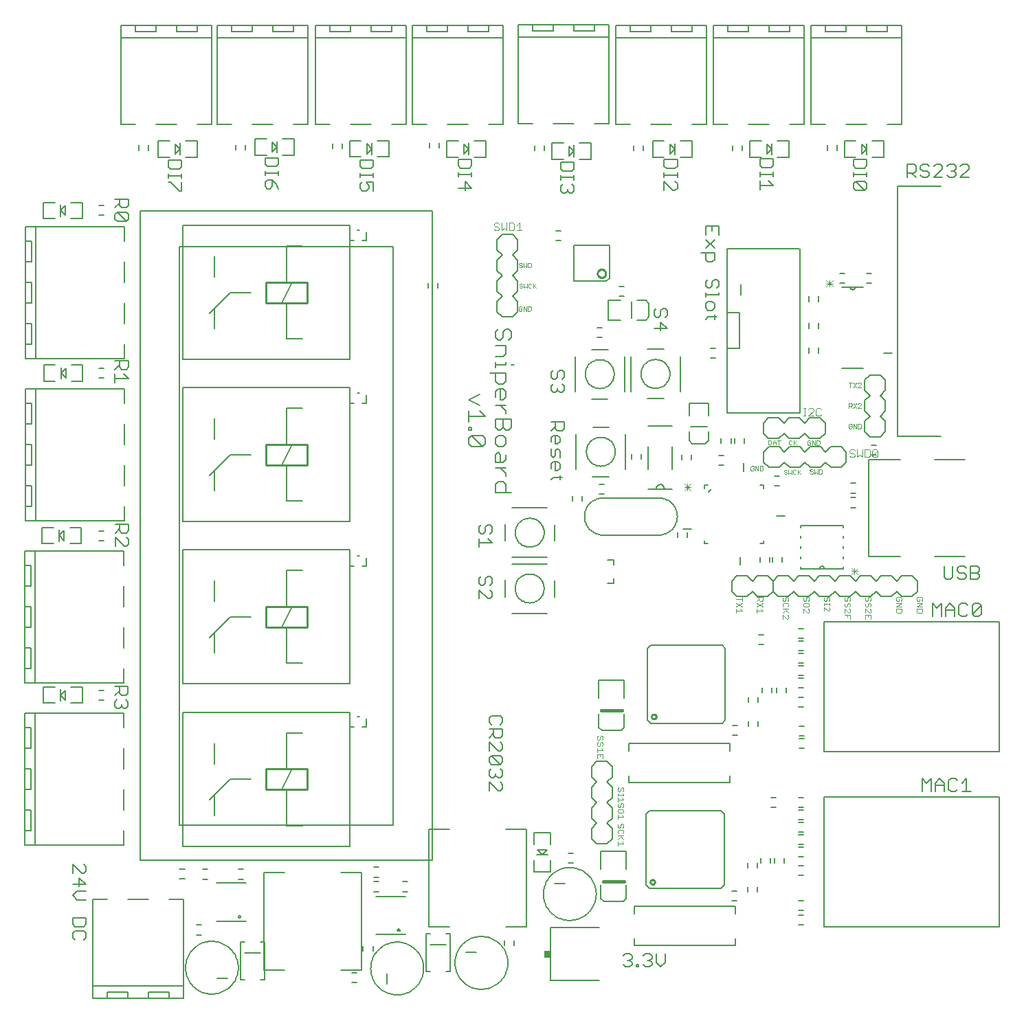
<source format=gto>
G75*
G70*
%OFA0B0*%
%FSLAX24Y24*%
%IPPOS*%
%LPD*%
%AMOC8*
5,1,8,0,0,1.08239X$1,22.5*
%
%ADD10C,0.0060*%
%ADD11C,0.0030*%
%ADD12C,0.0070*%
%ADD13C,0.0020*%
%ADD14C,0.0080*%
%ADD15R,0.0300X0.0340*%
%ADD16C,0.0100*%
%ADD17C,0.0050*%
%ADD18C,0.0157*%
D10*
X002440Y004902D02*
X002547Y004795D01*
X002440Y004902D02*
X002440Y005116D01*
X002547Y005222D01*
X002974Y005222D01*
X003081Y005116D01*
X003081Y004902D01*
X002974Y004795D01*
X002974Y005440D02*
X003081Y005547D01*
X003081Y005867D01*
X002440Y005867D01*
X002440Y005547D01*
X002547Y005440D01*
X002974Y005440D01*
X003081Y006729D02*
X002654Y006729D01*
X002440Y006942D01*
X002654Y007156D01*
X003081Y007156D01*
X003081Y007480D02*
X002760Y007801D01*
X002760Y007374D01*
X002440Y007480D02*
X003081Y007480D01*
X002974Y008018D02*
X003081Y008125D01*
X003081Y008338D01*
X002974Y008445D01*
X002974Y008018D02*
X002867Y008018D01*
X002440Y008445D01*
X002440Y008018D01*
X007633Y008218D02*
X007869Y008218D01*
X007869Y007745D02*
X007633Y007745D01*
X008748Y007739D02*
X008984Y007739D01*
X008984Y008211D02*
X008748Y008211D01*
X009431Y007555D02*
X010851Y007555D01*
X010713Y007740D02*
X010477Y007740D01*
X010477Y008212D02*
X010713Y008212D01*
X012827Y010331D02*
X012827Y012081D01*
X012577Y012081D02*
X013077Y013081D01*
X012827Y013081D02*
X012827Y014831D01*
X013577Y014831D01*
X015877Y015831D02*
X007777Y015831D01*
X007777Y009331D01*
X015877Y009331D01*
X015877Y015831D01*
X015877Y017210D02*
X015877Y023710D01*
X007777Y023710D01*
X007777Y017210D01*
X015877Y017210D01*
X013577Y018210D02*
X012827Y018210D01*
X012827Y019960D01*
X012577Y019960D02*
X013077Y020960D01*
X012827Y020960D02*
X012827Y022710D01*
X013577Y022710D01*
X015867Y025074D02*
X015867Y031574D01*
X007767Y031574D01*
X007767Y025074D01*
X015867Y025074D01*
X013567Y026074D02*
X012817Y026074D01*
X012817Y027824D01*
X012567Y027824D02*
X013067Y028824D01*
X012817Y028824D02*
X012817Y030574D01*
X013567Y030574D01*
X015882Y032950D02*
X015882Y039450D01*
X007782Y039450D01*
X007782Y032950D01*
X015882Y032950D01*
X013582Y033950D02*
X012832Y033950D01*
X012832Y035700D01*
X012582Y035700D02*
X013082Y036700D01*
X012832Y036700D02*
X012832Y038450D01*
X013582Y038450D01*
X011082Y036200D02*
X010082Y036200D01*
X009082Y035200D01*
X009332Y035450D02*
X009332Y034450D01*
X009332Y036950D02*
X009332Y037950D01*
X007731Y041114D02*
X007624Y041114D01*
X007197Y041541D01*
X007090Y041541D01*
X007090Y041757D02*
X007090Y041971D01*
X007090Y041864D02*
X007731Y041864D01*
X007731Y041971D02*
X007731Y041757D01*
X007731Y041541D02*
X007731Y041114D01*
X007624Y042188D02*
X007197Y042188D01*
X007090Y042295D01*
X007090Y042615D01*
X007731Y042615D01*
X007731Y042295D01*
X007624Y042188D01*
X006127Y043106D02*
X006127Y043342D01*
X005654Y043342D02*
X005654Y043106D01*
X005141Y040735D02*
X004500Y040735D01*
X004714Y040735D02*
X004714Y040415D01*
X004820Y040308D01*
X005034Y040308D01*
X005141Y040415D01*
X005141Y040735D01*
X004714Y040522D02*
X004500Y040308D01*
X004607Y040091D02*
X005034Y039664D01*
X004607Y039664D01*
X004500Y039770D01*
X004500Y039984D01*
X004607Y040091D01*
X005034Y040091D01*
X005141Y039984D01*
X005141Y039770D01*
X005034Y039664D01*
X003941Y039945D02*
X003705Y039945D01*
X003705Y040417D02*
X003941Y040417D01*
X010354Y043112D02*
X010354Y043348D01*
X010827Y043348D02*
X010827Y043112D01*
X011790Y042735D02*
X011790Y042415D01*
X011897Y042308D01*
X012324Y042308D01*
X012431Y042415D01*
X012431Y042735D01*
X011790Y042735D01*
X011790Y042091D02*
X011790Y041877D01*
X011790Y041984D02*
X012431Y041984D01*
X012431Y042091D02*
X012431Y041877D01*
X012110Y041661D02*
X012110Y041341D01*
X012004Y041234D01*
X011897Y041234D01*
X011790Y041341D01*
X011790Y041554D01*
X011897Y041661D01*
X012110Y041661D01*
X012324Y041447D01*
X012431Y041234D01*
X015054Y043199D02*
X015054Y043436D01*
X015527Y043436D02*
X015527Y043199D01*
X016380Y042635D02*
X016380Y042315D01*
X016487Y042208D01*
X016914Y042208D01*
X017021Y042315D01*
X017021Y042635D01*
X016380Y042635D01*
X016380Y041991D02*
X016380Y041777D01*
X016380Y041884D02*
X017021Y041884D01*
X017021Y041991D02*
X017021Y041777D01*
X017021Y041561D02*
X016700Y041561D01*
X016807Y041347D01*
X016807Y041241D01*
X016700Y041134D01*
X016487Y041134D01*
X016380Y041241D01*
X016380Y041454D01*
X016487Y041561D01*
X017021Y041561D02*
X017021Y041134D01*
X019758Y043209D02*
X019758Y043446D01*
X020230Y043446D02*
X020230Y043209D01*
X021150Y042665D02*
X021150Y042345D01*
X021257Y042238D01*
X021684Y042238D01*
X021791Y042345D01*
X021791Y042665D01*
X021150Y042665D01*
X021150Y042021D02*
X021150Y041807D01*
X021150Y041914D02*
X021791Y041914D01*
X021791Y042021D02*
X021791Y041807D01*
X021470Y041591D02*
X021470Y041164D01*
X021150Y041271D02*
X021791Y041271D01*
X021470Y041591D01*
X024852Y043096D02*
X024852Y043332D01*
X025324Y043332D02*
X025324Y043096D01*
X026120Y042525D02*
X026120Y042205D01*
X026227Y042098D01*
X026654Y042098D01*
X026761Y042205D01*
X026761Y042525D01*
X026120Y042525D01*
X026120Y041881D02*
X026120Y041667D01*
X026120Y041774D02*
X026761Y041774D01*
X026761Y041881D02*
X026761Y041667D01*
X026654Y041451D02*
X026761Y041344D01*
X026761Y041131D01*
X026654Y041024D01*
X026547Y041024D01*
X026440Y041131D01*
X026334Y041024D01*
X026227Y041024D01*
X026120Y041131D01*
X026120Y041344D01*
X026227Y041451D01*
X026440Y041237D02*
X026440Y041131D01*
X026128Y039181D02*
X025892Y039181D01*
X025892Y038709D02*
X026128Y038709D01*
X028948Y036497D02*
X029184Y036497D01*
X029184Y036024D02*
X028948Y036024D01*
X030640Y035308D02*
X030747Y035415D01*
X030640Y035308D02*
X030640Y035095D01*
X030747Y034988D01*
X030854Y034988D01*
X030960Y035095D01*
X030960Y035308D01*
X031067Y035415D01*
X031174Y035415D01*
X031281Y035308D01*
X031281Y035095D01*
X031174Y034988D01*
X030960Y034771D02*
X030960Y034344D01*
X030640Y034450D02*
X031281Y034450D01*
X030960Y034771D01*
X033140Y034905D02*
X033247Y035011D01*
X033674Y035011D01*
X033567Y034905D02*
X033567Y035118D01*
X033460Y035336D02*
X033567Y035442D01*
X033567Y035656D01*
X033460Y035763D01*
X033247Y035763D01*
X033140Y035656D01*
X033140Y035442D01*
X033247Y035336D01*
X033460Y035336D01*
X033140Y035979D02*
X033140Y036192D01*
X033140Y036086D02*
X033781Y036086D01*
X033781Y036192D01*
X033674Y036410D02*
X033781Y036517D01*
X033781Y036730D01*
X033674Y036837D01*
X033567Y036837D01*
X033460Y036730D01*
X033460Y036517D01*
X033354Y036410D01*
X033247Y036410D01*
X033140Y036517D01*
X033140Y036730D01*
X033247Y036837D01*
X033247Y037699D02*
X033140Y037806D01*
X033140Y038126D01*
X032927Y038126D02*
X033567Y038126D01*
X033567Y037806D01*
X033460Y037699D01*
X033247Y037699D01*
X033140Y038344D02*
X033567Y038771D01*
X033781Y038988D02*
X033781Y039415D01*
X033140Y039415D01*
X033140Y038988D01*
X033140Y038771D02*
X033567Y038344D01*
X033460Y039202D02*
X033460Y039415D01*
X031664Y041154D02*
X031771Y041261D01*
X031771Y041474D01*
X031664Y041581D01*
X031771Y041797D02*
X031771Y042011D01*
X031771Y041904D02*
X031130Y041904D01*
X031130Y042011D02*
X031130Y041797D01*
X031130Y041581D02*
X031557Y041154D01*
X031664Y041154D01*
X031130Y041154D02*
X031130Y041581D01*
X031237Y042228D02*
X031664Y042228D01*
X031771Y042335D01*
X031771Y042655D01*
X031130Y042655D01*
X031130Y042335D01*
X031237Y042228D01*
X030114Y043086D02*
X030114Y043322D01*
X029642Y043322D02*
X029642Y043086D01*
X034452Y043082D02*
X034452Y043318D01*
X034924Y043318D02*
X034924Y043082D01*
X035770Y042685D02*
X035770Y042365D01*
X035877Y042258D01*
X036304Y042258D01*
X036411Y042365D01*
X036411Y042685D01*
X035770Y042685D01*
X035770Y042041D02*
X035770Y041827D01*
X035770Y041934D02*
X036411Y041934D01*
X036411Y042041D02*
X036411Y041827D01*
X036197Y041611D02*
X036411Y041397D01*
X035770Y041397D01*
X035770Y041184D02*
X035770Y041611D01*
X039042Y043106D02*
X039042Y043342D01*
X039514Y043342D02*
X039514Y043106D01*
X040320Y042665D02*
X040320Y042345D01*
X040427Y042238D01*
X040854Y042238D01*
X040961Y042345D01*
X040961Y042665D01*
X040320Y042665D01*
X040320Y042021D02*
X040320Y041807D01*
X040320Y041914D02*
X040961Y041914D01*
X040961Y042021D02*
X040961Y041807D01*
X040854Y041591D02*
X040961Y041484D01*
X040961Y041271D01*
X040854Y041164D01*
X040427Y041591D01*
X040320Y041484D01*
X040320Y041271D01*
X040427Y041164D01*
X040854Y041164D01*
X040854Y041591D02*
X040427Y041591D01*
X042917Y041775D02*
X042917Y042416D01*
X043238Y042416D01*
X043344Y042309D01*
X043344Y042095D01*
X043238Y041989D01*
X042917Y041989D01*
X043131Y041989D02*
X043344Y041775D01*
X043562Y041882D02*
X043669Y041775D01*
X043882Y041775D01*
X043989Y041882D01*
X043989Y041989D01*
X043882Y042095D01*
X043669Y042095D01*
X043562Y042202D01*
X043562Y042309D01*
X043669Y042416D01*
X043882Y042416D01*
X043989Y042309D01*
X044206Y042309D02*
X044313Y042416D01*
X044527Y042416D01*
X044633Y042309D01*
X044633Y042202D01*
X044206Y041775D01*
X044633Y041775D01*
X044851Y041882D02*
X044958Y041775D01*
X045171Y041775D01*
X045278Y041882D01*
X045278Y041989D01*
X045171Y042095D01*
X045064Y042095D01*
X045171Y042095D02*
X045278Y042202D01*
X045278Y042309D01*
X045171Y042416D01*
X044958Y042416D01*
X044851Y042309D01*
X045495Y042309D02*
X045602Y042416D01*
X045816Y042416D01*
X045923Y042309D01*
X045923Y042202D01*
X045495Y041775D01*
X045923Y041775D01*
X041172Y037118D02*
X040936Y037118D01*
X040936Y036646D02*
X041172Y036646D01*
X040793Y036459D02*
X040393Y036459D01*
X040153Y036459D01*
X039753Y036459D01*
X039655Y036653D02*
X039891Y036653D01*
X040153Y036459D02*
X040155Y036438D01*
X040160Y036418D01*
X040169Y036399D01*
X040181Y036382D01*
X040196Y036367D01*
X040213Y036355D01*
X040232Y036346D01*
X040252Y036341D01*
X040273Y036339D01*
X040294Y036341D01*
X040314Y036346D01*
X040333Y036355D01*
X040350Y036367D01*
X040365Y036382D01*
X040377Y036399D01*
X040386Y036418D01*
X040391Y036438D01*
X040393Y036459D01*
X039891Y037125D02*
X039655Y037125D01*
X038609Y036007D02*
X038609Y035771D01*
X038137Y035771D02*
X038137Y036007D01*
X038137Y034707D02*
X038137Y034471D01*
X038609Y034471D02*
X038609Y034707D01*
X038609Y033507D02*
X038609Y033271D01*
X038137Y033271D02*
X038137Y033507D01*
X039753Y032519D02*
X040793Y032519D01*
X041773Y033269D02*
X042173Y033269D01*
X041428Y028781D02*
X041192Y028781D01*
X041192Y028309D02*
X041428Y028309D01*
X040419Y026946D02*
X040183Y026946D01*
X040183Y026473D02*
X040419Y026473D01*
X040422Y026244D02*
X040186Y026244D01*
X040186Y025771D02*
X040422Y025771D01*
X039825Y024878D02*
X037745Y024878D01*
X037745Y024788D01*
X037745Y024388D02*
X037745Y024288D01*
X037745Y023888D02*
X037745Y023788D01*
X037745Y023388D02*
X037745Y023288D01*
X037745Y022888D02*
X037745Y022798D01*
X038665Y022798D01*
X038905Y022798D01*
X039825Y022798D01*
X039825Y022888D01*
X039825Y023288D02*
X039825Y023388D01*
X039825Y023788D02*
X039825Y023888D01*
X039825Y024288D02*
X039825Y024388D01*
X039825Y024788D02*
X039825Y024878D01*
X038905Y022798D02*
X038903Y022819D01*
X038898Y022839D01*
X038889Y022858D01*
X038877Y022875D01*
X038862Y022890D01*
X038845Y022902D01*
X038826Y022911D01*
X038806Y022916D01*
X038785Y022918D01*
X038764Y022916D01*
X038744Y022911D01*
X038725Y022902D01*
X038708Y022890D01*
X038693Y022875D01*
X038681Y022858D01*
X038672Y022839D01*
X038667Y022819D01*
X038665Y022798D01*
X036846Y023127D02*
X036846Y023363D01*
X036374Y023363D02*
X036374Y023127D01*
X036257Y023128D02*
X036257Y023364D01*
X035785Y023364D02*
X035785Y023128D01*
X035786Y024013D02*
X035936Y024013D01*
X035936Y024163D01*
X036596Y025353D02*
X036986Y025353D01*
X036712Y026814D02*
X036475Y026814D01*
X036475Y027286D02*
X036712Y027286D01*
X035936Y026853D02*
X035786Y026853D01*
X035936Y026853D02*
X035936Y026703D01*
X034996Y027523D02*
X034996Y027913D01*
X034028Y027809D02*
X033792Y027809D01*
X033792Y028281D02*
X034028Y028281D01*
X033898Y028896D02*
X033898Y029132D01*
X034371Y029132D02*
X034371Y028896D01*
X034550Y028892D02*
X034550Y029129D01*
X035023Y029129D02*
X035023Y028892D01*
X033246Y026853D02*
X033096Y026853D01*
X033096Y026703D01*
X033276Y026523D02*
X033426Y026673D01*
X032446Y028101D02*
X032446Y028337D01*
X031974Y028337D02*
X031974Y028101D01*
X030015Y028114D02*
X030015Y028350D01*
X029542Y028350D02*
X029542Y028114D01*
X028228Y026881D02*
X027992Y026881D01*
X027992Y026409D02*
X028228Y026409D01*
X027153Y026320D02*
X027153Y026084D01*
X026680Y026084D02*
X026680Y026320D01*
X026067Y027123D02*
X026067Y027337D01*
X026174Y027230D02*
X025747Y027230D01*
X025640Y027123D01*
X025854Y027554D02*
X025854Y027981D01*
X025960Y027981D02*
X025747Y027981D01*
X025640Y027875D01*
X025640Y027661D01*
X025854Y027554D02*
X025960Y027554D01*
X026067Y027661D01*
X026067Y027875D01*
X025960Y027981D01*
X026067Y028199D02*
X026067Y028519D01*
X025960Y028626D01*
X025854Y028519D01*
X025854Y028306D01*
X025747Y028199D01*
X025640Y028306D01*
X025640Y028626D01*
X025854Y028844D02*
X025854Y029271D01*
X025960Y029271D02*
X025747Y029271D01*
X025640Y029164D01*
X025640Y028950D01*
X025854Y028844D02*
X025960Y028844D01*
X026067Y028950D01*
X026067Y029164D01*
X025960Y029271D01*
X025960Y029488D02*
X025854Y029595D01*
X025854Y029915D01*
X025854Y029702D02*
X025640Y029488D01*
X025960Y029488D02*
X026174Y029488D01*
X026281Y029595D01*
X026281Y029915D01*
X025640Y029915D01*
X025747Y031344D02*
X025640Y031450D01*
X025640Y031664D01*
X025747Y031771D01*
X025747Y031988D02*
X025640Y032095D01*
X025640Y032308D01*
X025747Y032415D01*
X025960Y032308D02*
X025960Y032095D01*
X025854Y031988D01*
X025747Y031988D01*
X025960Y032308D02*
X026067Y032415D01*
X026174Y032415D01*
X026281Y032308D01*
X026281Y032095D01*
X026174Y031988D01*
X026174Y031771D02*
X026281Y031664D01*
X026281Y031450D01*
X026174Y031344D01*
X026067Y031344D01*
X025960Y031450D01*
X025854Y031344D01*
X025747Y031344D01*
X025960Y031450D02*
X025960Y031557D01*
X027892Y034009D02*
X028128Y034009D01*
X028128Y034481D02*
X027892Y034481D01*
X033392Y033481D02*
X033628Y033481D01*
X033628Y033009D02*
X033392Y033009D01*
X032446Y024723D02*
X032046Y024733D01*
X032246Y024563D02*
X032246Y024327D01*
X031774Y024327D02*
X031774Y024563D01*
X033096Y024163D02*
X033096Y024013D01*
X033246Y024013D01*
X034826Y023373D02*
X034826Y022983D01*
X037656Y019900D02*
X037892Y019900D01*
X037892Y019428D02*
X037656Y019428D01*
X037656Y019300D02*
X037892Y019300D01*
X037892Y018828D02*
X037656Y018828D01*
X037656Y018700D02*
X037892Y018700D01*
X037892Y018228D02*
X037656Y018228D01*
X037656Y018100D02*
X037892Y018100D01*
X037892Y017628D02*
X037656Y017628D01*
X037657Y017500D02*
X037893Y017500D01*
X037893Y017028D02*
X037657Y017028D01*
X037657Y016550D02*
X037893Y016550D01*
X037893Y016078D02*
X037657Y016078D01*
X037667Y015150D02*
X037903Y015150D01*
X037903Y014678D02*
X037667Y014678D01*
X037667Y014550D02*
X037903Y014550D01*
X037903Y014078D02*
X037667Y014078D01*
X035691Y015165D02*
X035691Y015401D01*
X035218Y015401D02*
X035218Y015165D01*
X034692Y015200D02*
X034456Y015200D01*
X034456Y014728D02*
X034692Y014728D01*
X035218Y016327D02*
X035218Y016563D01*
X035691Y016563D02*
X035691Y016327D01*
X035868Y016777D02*
X035868Y017013D01*
X036341Y017013D02*
X036341Y016777D01*
X036568Y016775D02*
X036568Y017011D01*
X037041Y017011D02*
X037041Y016775D01*
X035953Y019128D02*
X035717Y019128D01*
X035717Y019600D02*
X035953Y019600D01*
X028690Y022095D02*
X028690Y022315D01*
X028690Y022095D02*
X028370Y022095D01*
X028690Y022995D02*
X028690Y023215D01*
X028370Y023215D01*
X022781Y024057D02*
X022140Y024057D01*
X022140Y023844D02*
X022140Y024271D01*
X022247Y024488D02*
X022140Y024595D01*
X022140Y024808D01*
X022247Y024915D01*
X022460Y024808D02*
X022460Y024595D01*
X022354Y024488D01*
X022247Y024488D01*
X022460Y024808D02*
X022567Y024915D01*
X022674Y024915D01*
X022781Y024808D01*
X022781Y024595D01*
X022674Y024488D01*
X022567Y024271D02*
X022781Y024057D01*
X022674Y022415D02*
X022567Y022415D01*
X022460Y022308D01*
X022460Y022095D01*
X022354Y021988D01*
X022247Y021988D01*
X022140Y022095D01*
X022140Y022308D01*
X022247Y022415D01*
X022674Y022415D02*
X022781Y022308D01*
X022781Y022095D01*
X022674Y021988D01*
X022674Y021771D02*
X022781Y021664D01*
X022781Y021450D01*
X022674Y021344D01*
X022567Y021344D01*
X022140Y021771D01*
X022140Y021344D01*
X022747Y015665D02*
X022640Y015558D01*
X022640Y015345D01*
X022747Y015238D01*
X022854Y015021D02*
X022854Y014700D01*
X022960Y014594D01*
X023174Y014594D01*
X023281Y014700D01*
X023281Y015021D01*
X022640Y015021D01*
X022854Y014807D02*
X022640Y014594D01*
X022640Y014376D02*
X023067Y013949D01*
X023174Y013949D01*
X023281Y014056D01*
X023281Y014269D01*
X023174Y014376D01*
X022640Y014376D02*
X022640Y013949D01*
X022747Y013731D02*
X023174Y013304D01*
X022747Y013304D01*
X022640Y013411D01*
X022640Y013625D01*
X022747Y013731D01*
X023174Y013731D01*
X023281Y013625D01*
X023281Y013411D01*
X023174Y013304D01*
X023174Y013087D02*
X023281Y012980D01*
X023281Y012767D01*
X023174Y012660D01*
X023067Y012660D01*
X022960Y012767D01*
X022854Y012660D01*
X022747Y012660D01*
X022640Y012767D01*
X022640Y012980D01*
X022747Y013087D01*
X022960Y012873D02*
X022960Y012767D01*
X023174Y012442D02*
X023281Y012336D01*
X023281Y012122D01*
X023174Y012015D01*
X023067Y012015D01*
X022640Y012442D01*
X022640Y012015D01*
X023174Y015238D02*
X023281Y015345D01*
X023281Y015558D01*
X023174Y015665D01*
X022747Y015665D01*
X026492Y008981D02*
X026728Y008981D01*
X026728Y008509D02*
X026492Y008509D01*
X023846Y004763D02*
X023846Y004527D01*
X023374Y004527D02*
X023374Y004763D01*
X018576Y005045D02*
X017156Y005045D01*
X017002Y004493D02*
X017002Y004257D01*
X016530Y004257D02*
X016530Y004493D01*
X016228Y003181D02*
X015992Y003181D01*
X015992Y002709D02*
X016228Y002709D01*
X017156Y006905D02*
X018576Y006905D01*
X018684Y007139D02*
X018448Y007139D01*
X018448Y007611D02*
X018684Y007611D01*
X017284Y007611D02*
X017048Y007611D01*
X017048Y007839D02*
X017284Y007839D01*
X017284Y008311D02*
X017048Y008311D01*
X017048Y007139D02*
X017284Y007139D01*
X013577Y010331D02*
X012827Y010331D01*
X011077Y012581D02*
X010077Y012581D01*
X009077Y011581D01*
X009327Y011831D02*
X009327Y010831D01*
X009327Y013331D02*
X009327Y014331D01*
X009327Y018710D02*
X009327Y019710D01*
X009077Y019460D02*
X010077Y020460D01*
X011077Y020460D01*
X009327Y021210D02*
X009327Y022210D01*
X009317Y026574D02*
X009317Y027574D01*
X009067Y027324D02*
X010067Y028324D01*
X011067Y028324D01*
X009317Y029074D02*
X009317Y030074D01*
X005141Y032037D02*
X004500Y032037D01*
X004500Y031824D02*
X004500Y032251D01*
X004500Y032468D02*
X004714Y032682D01*
X004714Y032575D02*
X004714Y032895D01*
X004500Y032895D02*
X005141Y032895D01*
X005141Y032575D01*
X005034Y032468D01*
X004820Y032468D01*
X004714Y032575D01*
X004927Y032251D02*
X005141Y032037D01*
X003941Y032050D02*
X003705Y032050D01*
X003705Y032523D02*
X003941Y032523D01*
X004510Y024965D02*
X005151Y024965D01*
X005151Y024645D01*
X005044Y024538D01*
X004830Y024538D01*
X004724Y024645D01*
X004724Y024965D01*
X004724Y024752D02*
X004510Y024538D01*
X004510Y024321D02*
X004937Y023894D01*
X005044Y023894D01*
X005151Y024000D01*
X005151Y024214D01*
X005044Y024321D01*
X004510Y024321D02*
X004510Y023894D01*
X003938Y024166D02*
X003702Y024166D01*
X003702Y024638D02*
X003938Y024638D01*
X004490Y017085D02*
X005131Y017085D01*
X005131Y016765D01*
X005024Y016658D01*
X004810Y016658D01*
X004704Y016765D01*
X004704Y017085D01*
X004704Y016872D02*
X004490Y016658D01*
X004597Y016441D02*
X004490Y016334D01*
X004490Y016120D01*
X004597Y016014D01*
X004704Y016014D01*
X004810Y016120D01*
X004810Y016227D01*
X004810Y016120D02*
X004917Y016014D01*
X005024Y016014D01*
X005131Y016120D01*
X005131Y016334D01*
X005024Y016441D01*
X003938Y016429D02*
X003702Y016429D01*
X003702Y016901D02*
X003938Y016901D01*
X008448Y005511D02*
X008684Y005511D01*
X008684Y005039D02*
X008448Y005039D01*
X009431Y005695D02*
X010851Y005695D01*
X029140Y004009D02*
X029247Y004116D01*
X029460Y004116D01*
X029567Y004009D01*
X029567Y003902D01*
X029460Y003795D01*
X029567Y003689D01*
X029567Y003582D01*
X029460Y003475D01*
X029247Y003475D01*
X029140Y003582D01*
X029354Y003795D02*
X029460Y003795D01*
X029785Y003582D02*
X029891Y003582D01*
X029891Y003475D01*
X029785Y003475D01*
X029785Y003582D01*
X030107Y003582D02*
X030214Y003475D01*
X030427Y003475D01*
X030534Y003582D01*
X030534Y003689D01*
X030427Y003795D01*
X030320Y003795D01*
X030427Y003795D02*
X030534Y003902D01*
X030534Y004009D01*
X030427Y004116D01*
X030214Y004116D01*
X030107Y004009D01*
X030751Y004116D02*
X030751Y003689D01*
X030965Y003475D01*
X031178Y003689D01*
X031178Y004116D01*
X034427Y006680D02*
X034664Y006680D01*
X034664Y007152D02*
X034427Y007152D01*
X035168Y007115D02*
X035168Y007351D01*
X035641Y007351D02*
X035641Y007115D01*
X035641Y008277D02*
X035641Y008513D01*
X035808Y008517D02*
X035808Y008753D01*
X036281Y008753D02*
X036281Y008517D01*
X036468Y008515D02*
X036468Y008751D01*
X036941Y008751D02*
X036941Y008515D01*
X037657Y008400D02*
X037893Y008400D01*
X037893Y008828D02*
X037657Y008828D01*
X037657Y009300D02*
X037893Y009300D01*
X037893Y009428D02*
X037657Y009428D01*
X037657Y009900D02*
X037893Y009900D01*
X037892Y010028D02*
X037656Y010028D01*
X037656Y010500D02*
X037892Y010500D01*
X037892Y010628D02*
X037656Y010628D01*
X037656Y011100D02*
X037892Y011100D01*
X037892Y011228D02*
X037656Y011228D01*
X037656Y011700D02*
X037892Y011700D01*
X036553Y011700D02*
X036317Y011700D01*
X036317Y011228D02*
X036553Y011228D01*
X035168Y008513D02*
X035168Y008277D01*
X037657Y007928D02*
X037893Y007928D01*
X037893Y006700D02*
X037657Y006700D01*
X037657Y006228D02*
X037893Y006228D01*
X037883Y006000D02*
X037647Y006000D01*
X037647Y005528D02*
X037883Y005528D01*
X043640Y011975D02*
X043640Y012616D01*
X043854Y012402D01*
X044067Y012616D01*
X044067Y011975D01*
X044285Y011975D02*
X044285Y012402D01*
X044498Y012616D01*
X044712Y012402D01*
X044712Y011975D01*
X044929Y012082D02*
X044929Y012509D01*
X045036Y012616D01*
X045249Y012616D01*
X045356Y012509D01*
X045574Y012402D02*
X045787Y012616D01*
X045787Y011975D01*
X045574Y011975D02*
X046001Y011975D01*
X045356Y012082D02*
X045249Y011975D01*
X045036Y011975D01*
X044929Y012082D01*
X044712Y012295D02*
X044285Y012295D01*
X044140Y020475D02*
X044140Y021116D01*
X044354Y020902D01*
X044567Y021116D01*
X044567Y020475D01*
X044785Y020475D02*
X044785Y020902D01*
X044998Y021116D01*
X045212Y020902D01*
X045212Y020475D01*
X045429Y020582D02*
X045429Y021009D01*
X045536Y021116D01*
X045749Y021116D01*
X045856Y021009D01*
X046074Y021009D02*
X046074Y020582D01*
X046501Y021009D01*
X046501Y020582D01*
X046394Y020475D01*
X046180Y020475D01*
X046074Y020582D01*
X045856Y020582D02*
X045749Y020475D01*
X045536Y020475D01*
X045429Y020582D01*
X045212Y020795D02*
X044785Y020795D01*
X046074Y021009D02*
X046180Y021116D01*
X046394Y021116D01*
X046501Y021009D01*
X046316Y022275D02*
X045995Y022275D01*
X045995Y022916D01*
X046316Y022916D01*
X046423Y022809D01*
X046423Y022702D01*
X046316Y022595D01*
X045995Y022595D01*
X045778Y022489D02*
X045778Y022382D01*
X045671Y022275D01*
X045458Y022275D01*
X045351Y022382D01*
X045133Y022382D02*
X045133Y022916D01*
X045351Y022809D02*
X045351Y022702D01*
X045458Y022595D01*
X045671Y022595D01*
X045778Y022489D01*
X045778Y022809D02*
X045671Y022916D01*
X045458Y022916D01*
X045351Y022809D01*
X045133Y022382D02*
X045027Y022275D01*
X044813Y022275D01*
X044706Y022382D01*
X044706Y022916D01*
X046316Y022595D02*
X046423Y022489D01*
X046423Y022382D01*
X046316Y022275D01*
X020146Y036427D02*
X020146Y036663D01*
X019674Y036663D02*
X019674Y036427D01*
D11*
X022875Y039272D02*
X022937Y039210D01*
X023060Y039210D01*
X023122Y039272D01*
X023122Y039334D01*
X023060Y039395D01*
X022937Y039395D01*
X022875Y039457D01*
X022875Y039519D01*
X022937Y039580D01*
X023060Y039580D01*
X023122Y039519D01*
X023243Y039580D02*
X023243Y039210D01*
X023367Y039334D01*
X023490Y039210D01*
X023490Y039580D01*
X023612Y039580D02*
X023797Y039580D01*
X023859Y039519D01*
X023859Y039272D01*
X023797Y039210D01*
X023612Y039210D01*
X023612Y039580D01*
X023980Y039457D02*
X024103Y039580D01*
X024103Y039210D01*
X023980Y039210D02*
X024227Y039210D01*
X032101Y026920D02*
X032415Y026606D01*
X032101Y026920D01*
X032258Y026920D02*
X032258Y026606D01*
X032258Y026920D01*
X032415Y026920D02*
X032101Y026606D01*
X032415Y026920D01*
X032415Y026763D02*
X032101Y026763D01*
X032415Y026763D01*
X034625Y021333D02*
X034915Y021333D01*
X034915Y021237D02*
X034915Y021430D01*
X034915Y021135D02*
X034625Y020942D01*
X034625Y020841D02*
X034625Y020647D01*
X034625Y020744D02*
X034915Y020744D01*
X034819Y020841D01*
X034915Y020942D02*
X034625Y021135D01*
X035625Y021135D02*
X035915Y020942D01*
X035819Y020841D02*
X035915Y020744D01*
X035625Y020744D01*
X035625Y020841D02*
X035625Y020647D01*
X035625Y020942D02*
X035915Y021135D01*
X035867Y021237D02*
X035770Y021237D01*
X035722Y021285D01*
X035722Y021430D01*
X035722Y021333D02*
X035625Y021237D01*
X035625Y021430D02*
X035915Y021430D01*
X035915Y021285D01*
X035867Y021237D01*
X036875Y021285D02*
X036875Y021382D01*
X036923Y021430D01*
X037020Y021382D02*
X037020Y021285D01*
X036972Y021237D01*
X036923Y021237D01*
X036875Y021285D01*
X036923Y021135D02*
X036875Y021087D01*
X036875Y020990D01*
X036923Y020942D01*
X036875Y020841D02*
X037165Y020841D01*
X037117Y020942D02*
X037165Y020990D01*
X037165Y021087D01*
X037117Y021135D01*
X036923Y021135D01*
X037117Y021237D02*
X037165Y021285D01*
X037165Y021382D01*
X037117Y021430D01*
X037069Y021430D01*
X037020Y021382D01*
X036972Y020841D02*
X037165Y020647D01*
X037117Y020546D02*
X037165Y020498D01*
X037165Y020401D01*
X037117Y020353D01*
X037069Y020353D01*
X036875Y020546D01*
X036875Y020353D01*
X036875Y020647D02*
X037020Y020792D01*
X037875Y020841D02*
X037875Y020647D01*
X037875Y020841D02*
X038069Y020647D01*
X038117Y020647D01*
X038165Y020696D01*
X038165Y020792D01*
X038117Y020841D01*
X038117Y020942D02*
X038165Y020990D01*
X038165Y021087D01*
X038117Y021135D01*
X037923Y021135D01*
X037875Y021087D01*
X037875Y020990D01*
X037923Y020942D01*
X038117Y020942D01*
X038117Y021237D02*
X038165Y021285D01*
X038165Y021382D01*
X038117Y021430D01*
X038069Y021430D01*
X038020Y021382D01*
X038020Y021285D01*
X037972Y021237D01*
X037923Y021237D01*
X037875Y021285D01*
X037875Y021382D01*
X037923Y021430D01*
X038875Y021382D02*
X038923Y021430D01*
X038875Y021382D02*
X038875Y021285D01*
X038923Y021237D01*
X038972Y021237D01*
X039020Y021285D01*
X039020Y021382D01*
X039069Y021430D01*
X039117Y021430D01*
X039165Y021382D01*
X039165Y021285D01*
X039117Y021237D01*
X039165Y021135D02*
X039165Y021039D01*
X039165Y021087D02*
X038875Y021087D01*
X038875Y021135D02*
X038875Y021039D01*
X038875Y020939D02*
X039069Y020746D01*
X039117Y020746D01*
X039165Y020794D01*
X039165Y020891D01*
X039117Y020939D01*
X038875Y020939D02*
X038875Y020746D01*
X039875Y020647D02*
X039875Y020841D01*
X040069Y020647D01*
X040117Y020647D01*
X040165Y020696D01*
X040165Y020792D01*
X040117Y020841D01*
X040117Y020942D02*
X040165Y020990D01*
X040165Y021087D01*
X040117Y021135D01*
X040069Y021135D01*
X040020Y021087D01*
X040020Y020990D01*
X039972Y020942D01*
X039923Y020942D01*
X039875Y020990D01*
X039875Y021087D01*
X039923Y021135D01*
X039923Y021237D02*
X039875Y021285D01*
X039875Y021382D01*
X039923Y021430D01*
X040020Y021382D02*
X040020Y021285D01*
X039972Y021237D01*
X039923Y021237D01*
X040020Y021382D02*
X040069Y021430D01*
X040117Y021430D01*
X040165Y021382D01*
X040165Y021285D01*
X040117Y021237D01*
X040875Y021285D02*
X040875Y021382D01*
X040923Y021430D01*
X041020Y021382D02*
X041020Y021285D01*
X040972Y021237D01*
X040923Y021237D01*
X040875Y021285D01*
X040923Y021135D02*
X040875Y021087D01*
X040875Y020990D01*
X040923Y020942D01*
X040972Y020942D01*
X041020Y020990D01*
X041020Y021087D01*
X041069Y021135D01*
X041117Y021135D01*
X041165Y021087D01*
X041165Y020990D01*
X041117Y020942D01*
X041117Y020841D02*
X041165Y020792D01*
X041165Y020696D01*
X041117Y020647D01*
X041069Y020647D01*
X040875Y020841D01*
X040875Y020647D01*
X040875Y020546D02*
X040875Y020353D01*
X041020Y020449D02*
X041020Y020546D01*
X041165Y020546D02*
X040875Y020546D01*
X041165Y020546D02*
X041165Y020353D01*
X041117Y021237D02*
X041165Y021285D01*
X041165Y021382D01*
X041117Y021430D01*
X041069Y021430D01*
X041020Y021382D01*
X040165Y020546D02*
X040165Y020353D01*
X040020Y020449D02*
X040020Y020546D01*
X039875Y020546D02*
X040165Y020546D01*
X040206Y022521D02*
X040520Y022835D01*
X040363Y022835D02*
X040363Y022521D01*
X040520Y022521D02*
X040206Y022835D01*
X040206Y022678D02*
X040520Y022678D01*
X042375Y021382D02*
X042375Y021285D01*
X042423Y021237D01*
X042520Y021237D01*
X042520Y021333D01*
X042617Y021237D02*
X042665Y021285D01*
X042665Y021382D01*
X042617Y021430D01*
X042423Y021430D01*
X042375Y021382D01*
X042375Y021135D02*
X042665Y021135D01*
X042375Y020942D01*
X042665Y020942D01*
X042665Y020841D02*
X042665Y020696D01*
X042617Y020647D01*
X042423Y020647D01*
X042375Y020696D01*
X042375Y020841D01*
X042665Y020841D01*
X043375Y020841D02*
X043375Y020696D01*
X043423Y020647D01*
X043617Y020647D01*
X043665Y020696D01*
X043665Y020841D01*
X043375Y020841D01*
X043375Y020942D02*
X043665Y020942D01*
X043665Y021135D02*
X043375Y020942D01*
X043375Y021135D02*
X043665Y021135D01*
X043617Y021237D02*
X043665Y021285D01*
X043665Y021382D01*
X043617Y021430D01*
X043423Y021430D01*
X043375Y021382D01*
X043375Y021285D01*
X043423Y021237D01*
X043520Y021237D01*
X043520Y021333D01*
X041415Y028210D02*
X041292Y028210D01*
X041230Y028272D01*
X041477Y028519D01*
X041477Y028272D01*
X041415Y028210D01*
X041230Y028272D02*
X041230Y028519D01*
X041292Y028580D01*
X041415Y028580D01*
X041477Y028519D01*
X041109Y028519D02*
X041047Y028580D01*
X040862Y028580D01*
X040862Y028210D01*
X041047Y028210D01*
X041109Y028272D01*
X041109Y028519D01*
X040740Y028580D02*
X040740Y028210D01*
X040617Y028334D01*
X040493Y028210D01*
X040493Y028580D01*
X040372Y028519D02*
X040310Y028580D01*
X040187Y028580D01*
X040125Y028519D01*
X040125Y028457D01*
X040187Y028395D01*
X040310Y028395D01*
X040372Y028334D01*
X040372Y028272D01*
X040310Y028210D01*
X040187Y028210D01*
X040125Y028272D01*
X038674Y030210D02*
X038736Y030272D01*
X038674Y030210D02*
X038551Y030210D01*
X038489Y030272D01*
X038489Y030519D01*
X038551Y030580D01*
X038674Y030580D01*
X038736Y030519D01*
X038367Y030519D02*
X038306Y030580D01*
X038182Y030580D01*
X038121Y030519D01*
X037998Y030580D02*
X037875Y030580D01*
X037937Y030580D02*
X037937Y030210D01*
X037998Y030210D02*
X037875Y030210D01*
X038121Y030210D02*
X038367Y030457D01*
X038367Y030519D01*
X038367Y030210D02*
X038121Y030210D01*
X038988Y036483D02*
X039302Y036796D01*
X039302Y036639D02*
X038988Y036639D01*
X038988Y036796D02*
X039302Y036483D01*
X039145Y036483D02*
X039145Y036796D01*
X028117Y014680D02*
X028069Y014680D01*
X028020Y014632D01*
X028020Y014535D01*
X027972Y014487D01*
X027923Y014487D01*
X027875Y014535D01*
X027875Y014632D01*
X027923Y014680D01*
X028117Y014680D02*
X028165Y014632D01*
X028165Y014535D01*
X028117Y014487D01*
X028117Y014385D02*
X028069Y014385D01*
X028020Y014337D01*
X028020Y014240D01*
X027972Y014192D01*
X027923Y014192D01*
X027875Y014240D01*
X027875Y014337D01*
X027923Y014385D01*
X028117Y014385D02*
X028165Y014337D01*
X028165Y014240D01*
X028117Y014192D01*
X028069Y014091D02*
X028165Y013994D01*
X027875Y013994D01*
X027875Y014091D02*
X027875Y013897D01*
X027875Y013796D02*
X027875Y013603D01*
X028020Y013699D02*
X028020Y013796D01*
X028165Y013796D02*
X027875Y013796D01*
X028165Y013796D02*
X028165Y013603D01*
X028923Y012180D02*
X028875Y012132D01*
X028875Y012035D01*
X028923Y011987D01*
X028972Y011987D01*
X029020Y012035D01*
X029020Y012132D01*
X029069Y012180D01*
X029117Y012180D01*
X029165Y012132D01*
X029165Y012035D01*
X029117Y011987D01*
X029165Y011885D02*
X029165Y011789D01*
X029165Y011837D02*
X028875Y011837D01*
X028875Y011885D02*
X028875Y011789D01*
X028875Y011689D02*
X028875Y011496D01*
X028923Y011430D02*
X028875Y011382D01*
X028875Y011285D01*
X028923Y011237D01*
X028972Y011237D01*
X029020Y011285D01*
X029020Y011382D01*
X029069Y011430D01*
X029117Y011430D01*
X029165Y011382D01*
X029165Y011285D01*
X029117Y011237D01*
X029117Y011135D02*
X028923Y011135D01*
X028875Y011087D01*
X028875Y010990D01*
X028923Y010942D01*
X029117Y010942D01*
X029165Y010990D01*
X029165Y011087D01*
X029117Y011135D01*
X029069Y010841D02*
X029165Y010744D01*
X028875Y010744D01*
X028875Y010841D02*
X028875Y010647D01*
X028923Y010430D02*
X028875Y010382D01*
X028875Y010285D01*
X028923Y010237D01*
X028972Y010237D01*
X029020Y010285D01*
X029020Y010382D01*
X029069Y010430D01*
X029117Y010430D01*
X029165Y010382D01*
X029165Y010285D01*
X029117Y010237D01*
X029117Y010135D02*
X028923Y010135D01*
X028875Y010087D01*
X028875Y009990D01*
X028923Y009942D01*
X028875Y009841D02*
X029165Y009841D01*
X029117Y009942D02*
X029165Y009990D01*
X029165Y010087D01*
X029117Y010135D01*
X028972Y009841D02*
X029165Y009647D01*
X029069Y009546D02*
X029165Y009449D01*
X028875Y009449D01*
X028875Y009353D02*
X028875Y009546D01*
X028875Y009647D02*
X029020Y009792D01*
X029165Y011592D02*
X028875Y011592D01*
X029069Y011689D02*
X029165Y011592D01*
D12*
X023726Y026492D02*
X022935Y026492D01*
X022935Y026887D01*
X023067Y027019D01*
X023330Y027019D01*
X023462Y026887D01*
X023462Y026492D01*
X023462Y027284D02*
X023462Y027416D01*
X023199Y027679D01*
X023462Y027679D02*
X022935Y027679D01*
X022935Y027944D02*
X022935Y028339D01*
X023067Y028471D01*
X023199Y028339D01*
X023199Y027944D01*
X023330Y027944D02*
X022935Y027944D01*
X023330Y027944D02*
X023462Y028076D01*
X023462Y028339D01*
X023330Y028736D02*
X023462Y028868D01*
X023462Y029131D01*
X023330Y029263D01*
X023067Y029263D01*
X022935Y029131D01*
X022935Y028868D01*
X023067Y028736D01*
X023330Y028736D01*
X023199Y029528D02*
X023067Y029528D01*
X022935Y029659D01*
X022935Y030055D01*
X023726Y030055D01*
X023726Y029659D01*
X023594Y029528D01*
X023462Y029528D01*
X023330Y029659D01*
X023330Y030055D01*
X023462Y030319D02*
X023462Y030451D01*
X023199Y030715D01*
X023462Y030715D02*
X022935Y030715D01*
X023199Y030979D02*
X023199Y031507D01*
X023330Y031507D02*
X023462Y031375D01*
X023462Y031111D01*
X023330Y030979D01*
X023199Y030979D01*
X022935Y031111D02*
X022935Y031375D01*
X023067Y031507D01*
X023330Y031507D01*
X023330Y031771D02*
X023067Y031771D01*
X022935Y031903D01*
X022935Y032298D01*
X022671Y032298D02*
X023462Y032298D01*
X023462Y031903D01*
X023330Y031771D01*
X022935Y032563D02*
X022935Y032826D01*
X022935Y032695D02*
X023462Y032695D01*
X023462Y032826D01*
X023726Y032695D02*
X023857Y032695D01*
X023330Y033091D02*
X022935Y033091D01*
X023330Y033091D02*
X023462Y033223D01*
X023462Y033618D01*
X022935Y033618D01*
X023067Y033883D02*
X022935Y034015D01*
X022935Y034278D01*
X023067Y034410D01*
X023330Y034278D02*
X023330Y034015D01*
X023199Y033883D01*
X023067Y033883D01*
X023330Y034278D02*
X023462Y034410D01*
X023594Y034410D01*
X023726Y034278D01*
X023726Y034015D01*
X023594Y033883D01*
X022172Y031243D02*
X021645Y030979D01*
X022172Y030715D01*
X022172Y030451D02*
X022436Y030187D01*
X021645Y030187D01*
X021645Y029924D02*
X021645Y030451D01*
X021645Y029659D02*
X021645Y029527D01*
X021777Y029527D01*
X021777Y029659D01*
X021645Y029659D01*
X021777Y029263D02*
X022304Y028736D01*
X021777Y028736D01*
X021645Y028868D01*
X021645Y029131D01*
X021777Y029263D01*
X022304Y029263D01*
X022436Y029131D01*
X022436Y028868D01*
X022304Y028736D01*
X023199Y029528D02*
X023330Y029659D01*
D13*
X024117Y035305D02*
X024190Y035305D01*
X024227Y035342D01*
X024227Y035415D01*
X024153Y035415D01*
X024080Y035342D02*
X024117Y035305D01*
X024080Y035342D02*
X024080Y035489D01*
X024117Y035525D01*
X024190Y035525D01*
X024227Y035489D01*
X024301Y035525D02*
X024448Y035305D01*
X024448Y035525D01*
X024522Y035525D02*
X024522Y035305D01*
X024632Y035305D01*
X024669Y035342D01*
X024669Y035489D01*
X024632Y035525D01*
X024522Y035525D01*
X024301Y035525D02*
X024301Y035305D01*
X024331Y036415D02*
X024404Y036489D01*
X024478Y036415D01*
X024478Y036635D01*
X024552Y036599D02*
X024552Y036452D01*
X024589Y036415D01*
X024662Y036415D01*
X024699Y036452D01*
X024773Y036489D02*
X024920Y036635D01*
X024773Y036635D02*
X024773Y036415D01*
X024810Y036525D02*
X024920Y036415D01*
X024699Y036599D02*
X024662Y036635D01*
X024589Y036635D01*
X024552Y036599D01*
X024331Y036635D02*
X024331Y036415D01*
X024257Y036452D02*
X024220Y036415D01*
X024147Y036415D01*
X024110Y036452D01*
X024147Y036525D02*
X024220Y036525D01*
X024257Y036489D01*
X024257Y036452D01*
X024147Y036525D02*
X024110Y036562D01*
X024110Y036599D01*
X024147Y036635D01*
X024220Y036635D01*
X024257Y036599D01*
X024311Y037415D02*
X024384Y037489D01*
X024458Y037415D01*
X024458Y037635D01*
X024532Y037635D02*
X024642Y037635D01*
X024679Y037599D01*
X024679Y037452D01*
X024642Y037415D01*
X024532Y037415D01*
X024532Y037635D01*
X024311Y037635D02*
X024311Y037415D01*
X024237Y037452D02*
X024200Y037415D01*
X024127Y037415D01*
X024090Y037452D01*
X024127Y037525D02*
X024200Y037525D01*
X024237Y037489D01*
X024237Y037452D01*
X024127Y037525D02*
X024090Y037562D01*
X024090Y037599D01*
X024127Y037635D01*
X024200Y037635D01*
X024237Y037599D01*
X035330Y027739D02*
X035330Y027592D01*
X035367Y027555D01*
X035440Y027555D01*
X035477Y027592D01*
X035477Y027665D01*
X035403Y027665D01*
X035330Y027739D02*
X035367Y027775D01*
X035440Y027775D01*
X035477Y027739D01*
X035551Y027775D02*
X035698Y027555D01*
X035698Y027775D01*
X035772Y027775D02*
X035882Y027775D01*
X035919Y027739D01*
X035919Y027592D01*
X035882Y027555D01*
X035772Y027555D01*
X035772Y027775D01*
X035551Y027775D02*
X035551Y027555D01*
X036940Y027569D02*
X036940Y027532D01*
X036977Y027495D01*
X037050Y027495D01*
X037087Y027459D01*
X037087Y027422D01*
X037050Y027385D01*
X036977Y027385D01*
X036940Y027422D01*
X036940Y027569D02*
X036977Y027605D01*
X037050Y027605D01*
X037087Y027569D01*
X037161Y027605D02*
X037161Y027385D01*
X037234Y027459D01*
X037308Y027385D01*
X037308Y027605D01*
X037382Y027569D02*
X037382Y027422D01*
X037419Y027385D01*
X037492Y027385D01*
X037529Y027422D01*
X037603Y027459D02*
X037750Y027605D01*
X037603Y027605D02*
X037603Y027385D01*
X037640Y027495D02*
X037750Y027385D01*
X037529Y027569D02*
X037492Y027605D01*
X037419Y027605D01*
X037382Y027569D01*
X038200Y027552D02*
X038237Y027515D01*
X038310Y027515D01*
X038347Y027479D01*
X038347Y027442D01*
X038310Y027405D01*
X038237Y027405D01*
X038200Y027442D01*
X038200Y027552D02*
X038200Y027589D01*
X038237Y027625D01*
X038310Y027625D01*
X038347Y027589D01*
X038421Y027625D02*
X038421Y027405D01*
X038494Y027479D01*
X038568Y027405D01*
X038568Y027625D01*
X038642Y027625D02*
X038752Y027625D01*
X038789Y027589D01*
X038789Y027442D01*
X038752Y027405D01*
X038642Y027405D01*
X038642Y027625D01*
X038632Y028805D02*
X038669Y028842D01*
X038669Y028989D01*
X038632Y029025D01*
X038522Y029025D01*
X038522Y028805D01*
X038632Y028805D01*
X038448Y028805D02*
X038448Y029025D01*
X038301Y029025D02*
X038448Y028805D01*
X038301Y028805D02*
X038301Y029025D01*
X038227Y028989D02*
X038190Y029025D01*
X038117Y029025D01*
X038080Y028989D01*
X038080Y028842D01*
X038117Y028805D01*
X038190Y028805D01*
X038227Y028842D01*
X038227Y028915D01*
X038153Y028915D01*
X037548Y028815D02*
X037438Y028925D01*
X037401Y028889D02*
X037548Y029035D01*
X037401Y029035D02*
X037401Y028815D01*
X037327Y028852D02*
X037290Y028815D01*
X037217Y028815D01*
X037180Y028852D01*
X037180Y028999D01*
X037217Y029035D01*
X037290Y029035D01*
X037327Y028999D01*
X036769Y029035D02*
X036622Y029035D01*
X036695Y029035D02*
X036695Y028815D01*
X036548Y028815D02*
X036548Y028962D01*
X036474Y029035D01*
X036401Y028962D01*
X036401Y028815D01*
X036327Y028852D02*
X036327Y028999D01*
X036290Y029035D01*
X036180Y029035D01*
X036180Y028815D01*
X036290Y028815D01*
X036327Y028852D01*
X036401Y028925D02*
X036548Y028925D01*
X040090Y029642D02*
X040127Y029605D01*
X040200Y029605D01*
X040237Y029642D01*
X040237Y029715D01*
X040163Y029715D01*
X040090Y029789D02*
X040090Y029642D01*
X040090Y029789D02*
X040127Y029825D01*
X040200Y029825D01*
X040237Y029789D01*
X040311Y029825D02*
X040458Y029605D01*
X040458Y029825D01*
X040532Y029825D02*
X040642Y029825D01*
X040679Y029789D01*
X040679Y029642D01*
X040642Y029605D01*
X040532Y029605D01*
X040532Y029825D01*
X040311Y029825D02*
X040311Y029605D01*
X040311Y030605D02*
X040458Y030825D01*
X040532Y030789D02*
X040569Y030825D01*
X040642Y030825D01*
X040679Y030789D01*
X040679Y030752D01*
X040532Y030605D01*
X040679Y030605D01*
X040458Y030605D02*
X040311Y030825D01*
X040237Y030789D02*
X040237Y030715D01*
X040200Y030679D01*
X040090Y030679D01*
X040163Y030679D02*
X040237Y030605D01*
X040090Y030605D02*
X040090Y030825D01*
X040200Y030825D01*
X040237Y030789D01*
X040163Y031605D02*
X040163Y031825D01*
X040090Y031825D02*
X040237Y031825D01*
X040311Y031825D02*
X040458Y031605D01*
X040532Y031605D02*
X040679Y031752D01*
X040679Y031789D01*
X040642Y031825D01*
X040569Y031825D01*
X040532Y031789D01*
X040458Y031825D02*
X040311Y031605D01*
X040532Y031605D02*
X040679Y031605D01*
D14*
X040860Y031445D02*
X040860Y031945D01*
X041110Y032195D01*
X041610Y032195D01*
X041860Y031945D01*
X041860Y031445D01*
X041610Y031195D01*
X041860Y030945D01*
X041860Y030445D01*
X041610Y030195D01*
X041860Y029945D01*
X041860Y029445D01*
X041610Y029195D01*
X041110Y029195D01*
X040860Y029445D01*
X040860Y029945D01*
X041110Y030195D01*
X040860Y030445D01*
X040860Y030945D01*
X041110Y031195D01*
X040860Y031445D01*
X038950Y029865D02*
X038700Y030115D01*
X038200Y030115D01*
X037950Y029865D01*
X037700Y030115D01*
X037200Y030115D01*
X036950Y029865D01*
X036700Y030115D01*
X036200Y030115D01*
X035950Y029865D01*
X035950Y029365D01*
X036200Y029115D01*
X036700Y029115D01*
X036950Y029365D01*
X037200Y029115D01*
X037700Y029115D01*
X037950Y029365D01*
X038200Y029115D01*
X038700Y029115D01*
X038950Y029365D01*
X038950Y029865D01*
X038704Y028714D02*
X038204Y028714D01*
X037954Y028464D01*
X037704Y028714D01*
X037204Y028714D01*
X036954Y028464D01*
X036704Y028714D01*
X036204Y028714D01*
X035954Y028464D01*
X035954Y027964D01*
X036204Y027714D01*
X036704Y027714D01*
X036954Y027964D01*
X037204Y027714D01*
X037704Y027714D01*
X037954Y027964D01*
X038204Y027714D01*
X038704Y027714D01*
X038954Y027964D01*
X039204Y027714D01*
X039704Y027714D01*
X039954Y027964D01*
X039954Y028464D01*
X039704Y028714D01*
X039204Y028714D01*
X038954Y028464D01*
X038704Y028714D01*
X037728Y030373D02*
X034185Y030373D01*
X034185Y033483D01*
X034775Y033483D01*
X034775Y035215D01*
X034185Y035215D01*
X034185Y038325D01*
X037689Y038325D01*
X037728Y038325D02*
X037728Y030373D01*
X041048Y028101D02*
X041048Y023377D01*
X042583Y023377D01*
X042660Y022445D02*
X042410Y022195D01*
X042160Y022445D01*
X041660Y022445D01*
X041410Y022195D01*
X041160Y022445D01*
X040660Y022445D01*
X040410Y022195D01*
X040160Y022445D01*
X039660Y022445D01*
X039410Y022195D01*
X039160Y022445D01*
X038660Y022445D01*
X038410Y022195D01*
X038160Y022445D01*
X037660Y022445D01*
X037410Y022195D01*
X037160Y022445D01*
X036660Y022445D01*
X036410Y022195D01*
X036160Y022445D01*
X035660Y022445D01*
X035410Y022195D01*
X035160Y022445D01*
X034660Y022445D01*
X034410Y022195D01*
X034410Y021695D01*
X034660Y021445D01*
X035160Y021445D01*
X035410Y021695D01*
X035660Y021445D01*
X036160Y021445D01*
X036410Y021695D01*
X036410Y022195D01*
X036410Y021695D01*
X036660Y021445D01*
X037160Y021445D01*
X037410Y021695D01*
X037660Y021445D01*
X038160Y021445D01*
X038410Y021695D01*
X038660Y021445D01*
X039160Y021445D01*
X039410Y021695D01*
X039660Y021445D01*
X040160Y021445D01*
X040410Y021695D01*
X040660Y021445D01*
X041160Y021445D01*
X041410Y021695D01*
X041660Y021445D01*
X042160Y021445D01*
X042410Y021695D01*
X042660Y021445D01*
X043160Y021445D01*
X043410Y021695D01*
X043410Y022195D01*
X043160Y022445D01*
X042660Y022445D01*
X044237Y023377D02*
X045733Y023377D01*
X045733Y028101D02*
X044237Y028101D01*
X044547Y029238D02*
X042445Y029238D01*
X042445Y041364D01*
X044547Y041364D01*
X041768Y042759D02*
X041217Y042759D01*
X040941Y042877D02*
X040941Y043153D01*
X040705Y042916D01*
X040705Y043389D01*
X040941Y043153D01*
X040941Y043428D01*
X041217Y043546D02*
X041768Y043546D01*
X041768Y042759D01*
X040429Y042759D02*
X039878Y042759D01*
X039878Y043546D01*
X040429Y043546D01*
X037181Y043554D02*
X037181Y042766D01*
X036630Y042766D01*
X036354Y042884D02*
X036354Y043160D01*
X036118Y042924D01*
X036118Y043396D01*
X036354Y043160D01*
X036354Y043436D01*
X036630Y043554D02*
X037181Y043554D01*
X035842Y043554D02*
X035291Y043554D01*
X035291Y042766D01*
X035842Y042766D01*
X032471Y042766D02*
X031920Y042766D01*
X031644Y042884D02*
X031644Y043160D01*
X031408Y042924D01*
X031408Y043396D01*
X031644Y043160D01*
X031644Y043436D01*
X031920Y043554D02*
X032471Y043554D01*
X032471Y042766D01*
X031132Y042766D02*
X030581Y042766D01*
X030581Y043554D01*
X031132Y043554D01*
X027581Y043460D02*
X027581Y042673D01*
X027030Y042673D01*
X026754Y042791D02*
X026754Y043066D01*
X026518Y042830D01*
X026518Y043303D01*
X026754Y043066D01*
X026754Y043342D01*
X027030Y043460D02*
X027581Y043460D01*
X026242Y043460D02*
X025691Y043460D01*
X025691Y042673D01*
X026242Y042673D01*
X022481Y042773D02*
X021930Y042773D01*
X021654Y042891D02*
X021654Y043166D01*
X021418Y042930D01*
X021418Y043403D01*
X021654Y043166D01*
X021654Y043442D01*
X021930Y043560D02*
X022481Y043560D01*
X022481Y042773D01*
X021142Y042773D02*
X020591Y042773D01*
X020591Y043560D01*
X021142Y043560D01*
X017768Y043566D02*
X017768Y042779D01*
X017217Y042779D01*
X016942Y042897D02*
X016942Y043173D01*
X016705Y042936D01*
X016705Y043409D01*
X016942Y043173D01*
X016942Y043448D01*
X017217Y043566D02*
X017768Y043566D01*
X016430Y043566D02*
X015879Y043566D01*
X015879Y042779D01*
X016430Y042779D01*
X013175Y042866D02*
X012623Y042866D01*
X012348Y042984D02*
X012348Y043260D01*
X012112Y043024D01*
X012112Y043496D01*
X012348Y043260D01*
X012348Y043536D01*
X012623Y043654D02*
X013175Y043654D01*
X013175Y042866D01*
X011836Y042866D02*
X011285Y042866D01*
X011285Y043654D01*
X011836Y043654D01*
X008475Y043560D02*
X008475Y042773D01*
X007923Y042773D01*
X007648Y042891D02*
X007648Y043166D01*
X007412Y042930D01*
X007412Y043403D01*
X007648Y043166D01*
X007648Y043442D01*
X007923Y043560D02*
X008475Y043560D01*
X007136Y043560D02*
X006585Y043560D01*
X006585Y042773D01*
X007136Y042773D01*
X005720Y040144D02*
X019894Y040144D01*
X019894Y008648D01*
X005720Y008648D01*
X005720Y040144D01*
X007630Y038432D02*
X017984Y038432D01*
X017984Y010361D01*
X007630Y010361D01*
X007630Y038432D01*
X002911Y039784D02*
X002911Y040572D01*
X002360Y040572D01*
X002084Y040414D02*
X001848Y040178D01*
X002084Y039942D01*
X002084Y040414D01*
X001848Y040454D02*
X001848Y040178D01*
X001848Y039903D01*
X001572Y039784D02*
X001021Y039784D01*
X001021Y040572D01*
X001572Y040572D01*
X002360Y039784D02*
X002911Y039784D01*
X002933Y032682D02*
X002382Y032682D01*
X002106Y032525D02*
X001870Y032288D01*
X002106Y032052D01*
X002106Y032525D01*
X001870Y032564D02*
X001870Y032288D01*
X001870Y032013D01*
X001594Y031895D02*
X001043Y031895D01*
X001043Y032682D01*
X001594Y032682D01*
X002382Y031895D02*
X002933Y031895D01*
X002933Y032682D01*
X002856Y024800D02*
X002305Y024800D01*
X002029Y024643D02*
X001793Y024407D01*
X002029Y024170D01*
X002029Y024643D01*
X001793Y024682D02*
X001793Y024407D01*
X001793Y024131D01*
X001517Y024013D02*
X000966Y024013D01*
X000966Y024800D01*
X001517Y024800D01*
X002305Y024013D02*
X002856Y024013D01*
X002856Y024800D01*
X002906Y017062D02*
X002355Y017062D01*
X002079Y016905D02*
X001843Y016668D01*
X002079Y016432D01*
X002079Y016905D01*
X001843Y016944D02*
X001843Y016668D01*
X001843Y016393D01*
X001568Y016275D02*
X001016Y016275D01*
X001016Y017062D01*
X001568Y017062D01*
X002355Y016275D02*
X002906Y016275D01*
X002906Y017062D01*
X011718Y008063D02*
X011718Y003339D01*
X012702Y003339D01*
X011737Y002870D02*
X011560Y002870D01*
X011737Y002870D02*
X011737Y004681D01*
X011560Y004681D01*
X011560Y004169D02*
X010772Y004169D01*
X010772Y004681D02*
X010595Y004681D01*
X010595Y002870D01*
X010772Y002870D01*
X009946Y002939D02*
X009446Y002939D01*
X007916Y003439D02*
X007918Y003510D01*
X007924Y003581D01*
X007934Y003652D01*
X007948Y003721D01*
X007965Y003790D01*
X007987Y003858D01*
X008012Y003925D01*
X008041Y003990D01*
X008073Y004053D01*
X008109Y004115D01*
X008148Y004174D01*
X008191Y004231D01*
X008236Y004286D01*
X008285Y004338D01*
X008336Y004387D01*
X008390Y004433D01*
X008447Y004477D01*
X008505Y004517D01*
X008566Y004553D01*
X008629Y004587D01*
X008694Y004616D01*
X008760Y004642D01*
X008828Y004665D01*
X008896Y004683D01*
X008966Y004698D01*
X009036Y004709D01*
X009107Y004716D01*
X009178Y004719D01*
X009249Y004718D01*
X009320Y004713D01*
X009391Y004704D01*
X009461Y004691D01*
X009530Y004675D01*
X009598Y004654D01*
X009665Y004630D01*
X009731Y004602D01*
X009794Y004570D01*
X009856Y004535D01*
X009916Y004497D01*
X009974Y004455D01*
X010029Y004411D01*
X010082Y004363D01*
X010132Y004312D01*
X010179Y004259D01*
X010223Y004203D01*
X010264Y004145D01*
X010302Y004084D01*
X010336Y004022D01*
X010366Y003957D01*
X010393Y003892D01*
X010417Y003824D01*
X010436Y003756D01*
X010452Y003687D01*
X010464Y003616D01*
X010472Y003546D01*
X010476Y003475D01*
X010476Y003403D01*
X010472Y003332D01*
X010464Y003262D01*
X010452Y003191D01*
X010436Y003122D01*
X010417Y003054D01*
X010393Y002986D01*
X010366Y002921D01*
X010336Y002856D01*
X010302Y002794D01*
X010264Y002733D01*
X010223Y002675D01*
X010179Y002619D01*
X010132Y002566D01*
X010082Y002515D01*
X010029Y002467D01*
X009974Y002423D01*
X009916Y002381D01*
X009856Y002343D01*
X009794Y002308D01*
X009731Y002276D01*
X009665Y002248D01*
X009598Y002224D01*
X009530Y002203D01*
X009461Y002187D01*
X009391Y002174D01*
X009320Y002165D01*
X009249Y002160D01*
X009178Y002159D01*
X009107Y002162D01*
X009036Y002169D01*
X008966Y002180D01*
X008896Y002195D01*
X008828Y002213D01*
X008760Y002236D01*
X008694Y002262D01*
X008629Y002291D01*
X008566Y002325D01*
X008505Y002361D01*
X008447Y002401D01*
X008390Y002445D01*
X008336Y002491D01*
X008285Y002540D01*
X008236Y002592D01*
X008191Y002647D01*
X008148Y002704D01*
X008109Y002763D01*
X008073Y002825D01*
X008041Y002888D01*
X008012Y002953D01*
X007987Y003020D01*
X007965Y003088D01*
X007948Y003157D01*
X007934Y003226D01*
X007924Y003297D01*
X007918Y003368D01*
X007916Y003439D01*
X010474Y005915D02*
X010476Y005930D01*
X010482Y005943D01*
X010491Y005955D01*
X010502Y005964D01*
X010516Y005970D01*
X010531Y005972D01*
X010546Y005970D01*
X010559Y005964D01*
X010571Y005955D01*
X010580Y005944D01*
X010586Y005930D01*
X010588Y005915D01*
X010586Y005900D01*
X010580Y005887D01*
X010571Y005875D01*
X010560Y005866D01*
X010546Y005860D01*
X010531Y005858D01*
X010516Y005860D01*
X010503Y005866D01*
X010491Y005875D01*
X010482Y005886D01*
X010476Y005900D01*
X010474Y005915D01*
X011718Y008063D02*
X012702Y008063D01*
X015458Y008063D02*
X016442Y008063D01*
X016442Y003339D01*
X015458Y003339D01*
X017680Y003151D02*
X017680Y002651D01*
X016900Y003401D02*
X016902Y003472D01*
X016908Y003543D01*
X016918Y003614D01*
X016932Y003683D01*
X016949Y003752D01*
X016971Y003820D01*
X016996Y003887D01*
X017025Y003952D01*
X017057Y004015D01*
X017093Y004077D01*
X017132Y004136D01*
X017175Y004193D01*
X017220Y004248D01*
X017269Y004300D01*
X017320Y004349D01*
X017374Y004395D01*
X017431Y004439D01*
X017489Y004479D01*
X017550Y004515D01*
X017613Y004549D01*
X017678Y004578D01*
X017744Y004604D01*
X017812Y004627D01*
X017880Y004645D01*
X017950Y004660D01*
X018020Y004671D01*
X018091Y004678D01*
X018162Y004681D01*
X018233Y004680D01*
X018304Y004675D01*
X018375Y004666D01*
X018445Y004653D01*
X018514Y004637D01*
X018582Y004616D01*
X018649Y004592D01*
X018715Y004564D01*
X018778Y004532D01*
X018840Y004497D01*
X018900Y004459D01*
X018958Y004417D01*
X019013Y004373D01*
X019066Y004325D01*
X019116Y004274D01*
X019163Y004221D01*
X019207Y004165D01*
X019248Y004107D01*
X019286Y004046D01*
X019320Y003984D01*
X019350Y003919D01*
X019377Y003854D01*
X019401Y003786D01*
X019420Y003718D01*
X019436Y003649D01*
X019448Y003578D01*
X019456Y003508D01*
X019460Y003437D01*
X019460Y003365D01*
X019456Y003294D01*
X019448Y003224D01*
X019436Y003153D01*
X019420Y003084D01*
X019401Y003016D01*
X019377Y002948D01*
X019350Y002883D01*
X019320Y002818D01*
X019286Y002756D01*
X019248Y002695D01*
X019207Y002637D01*
X019163Y002581D01*
X019116Y002528D01*
X019066Y002477D01*
X019013Y002429D01*
X018958Y002385D01*
X018900Y002343D01*
X018840Y002305D01*
X018778Y002270D01*
X018715Y002238D01*
X018649Y002210D01*
X018582Y002186D01*
X018514Y002165D01*
X018445Y002149D01*
X018375Y002136D01*
X018304Y002127D01*
X018233Y002122D01*
X018162Y002121D01*
X018091Y002124D01*
X018020Y002131D01*
X017950Y002142D01*
X017880Y002157D01*
X017812Y002175D01*
X017744Y002198D01*
X017678Y002224D01*
X017613Y002253D01*
X017550Y002287D01*
X017489Y002323D01*
X017431Y002363D01*
X017374Y002407D01*
X017320Y002453D01*
X017269Y002502D01*
X017220Y002554D01*
X017175Y002609D01*
X017132Y002666D01*
X017093Y002725D01*
X017057Y002787D01*
X017025Y002850D01*
X016996Y002915D01*
X016971Y002982D01*
X016949Y003050D01*
X016932Y003119D01*
X016918Y003188D01*
X016908Y003259D01*
X016902Y003330D01*
X016900Y003401D01*
X018199Y005265D02*
X018201Y005280D01*
X018207Y005293D01*
X018216Y005305D01*
X018227Y005314D01*
X018241Y005320D01*
X018256Y005322D01*
X018271Y005320D01*
X018284Y005314D01*
X018296Y005305D01*
X018305Y005294D01*
X018311Y005280D01*
X018313Y005265D01*
X018311Y005250D01*
X018305Y005237D01*
X018296Y005225D01*
X018285Y005216D01*
X018271Y005210D01*
X018256Y005208D01*
X018241Y005210D01*
X018228Y005216D01*
X018216Y005225D01*
X018207Y005236D01*
X018201Y005250D01*
X018199Y005265D01*
X019595Y005081D02*
X019772Y005081D01*
X019595Y005081D02*
X019595Y003270D01*
X019772Y003270D01*
X020560Y003270D02*
X020737Y003270D01*
X020737Y005081D01*
X020560Y005081D01*
X020702Y005439D02*
X019718Y005439D01*
X019718Y010163D01*
X020702Y010163D01*
X023458Y010163D02*
X024442Y010163D01*
X024442Y005439D01*
X023458Y005439D01*
X022016Y004175D02*
X021516Y004175D01*
X020986Y003675D02*
X020988Y003746D01*
X020994Y003817D01*
X021004Y003888D01*
X021018Y003957D01*
X021035Y004026D01*
X021057Y004094D01*
X021082Y004161D01*
X021111Y004226D01*
X021143Y004289D01*
X021179Y004351D01*
X021218Y004410D01*
X021261Y004467D01*
X021306Y004522D01*
X021355Y004574D01*
X021406Y004623D01*
X021460Y004669D01*
X021517Y004713D01*
X021575Y004753D01*
X021636Y004789D01*
X021699Y004823D01*
X021764Y004852D01*
X021830Y004878D01*
X021898Y004901D01*
X021966Y004919D01*
X022036Y004934D01*
X022106Y004945D01*
X022177Y004952D01*
X022248Y004955D01*
X022319Y004954D01*
X022390Y004949D01*
X022461Y004940D01*
X022531Y004927D01*
X022600Y004911D01*
X022668Y004890D01*
X022735Y004866D01*
X022801Y004838D01*
X022864Y004806D01*
X022926Y004771D01*
X022986Y004733D01*
X023044Y004691D01*
X023099Y004647D01*
X023152Y004599D01*
X023202Y004548D01*
X023249Y004495D01*
X023293Y004439D01*
X023334Y004381D01*
X023372Y004320D01*
X023406Y004258D01*
X023436Y004193D01*
X023463Y004128D01*
X023487Y004060D01*
X023506Y003992D01*
X023522Y003923D01*
X023534Y003852D01*
X023542Y003782D01*
X023546Y003711D01*
X023546Y003639D01*
X023542Y003568D01*
X023534Y003498D01*
X023522Y003427D01*
X023506Y003358D01*
X023487Y003290D01*
X023463Y003222D01*
X023436Y003157D01*
X023406Y003092D01*
X023372Y003030D01*
X023334Y002969D01*
X023293Y002911D01*
X023249Y002855D01*
X023202Y002802D01*
X023152Y002751D01*
X023099Y002703D01*
X023044Y002659D01*
X022986Y002617D01*
X022926Y002579D01*
X022864Y002544D01*
X022801Y002512D01*
X022735Y002484D01*
X022668Y002460D01*
X022600Y002439D01*
X022531Y002423D01*
X022461Y002410D01*
X022390Y002401D01*
X022319Y002396D01*
X022248Y002395D01*
X022177Y002398D01*
X022106Y002405D01*
X022036Y002416D01*
X021966Y002431D01*
X021898Y002449D01*
X021830Y002472D01*
X021764Y002498D01*
X021699Y002527D01*
X021636Y002561D01*
X021575Y002597D01*
X021517Y002637D01*
X021460Y002681D01*
X021406Y002727D01*
X021355Y002776D01*
X021306Y002828D01*
X021261Y002883D01*
X021218Y002940D01*
X021179Y002999D01*
X021143Y003061D01*
X021111Y003124D01*
X021082Y003189D01*
X021057Y003256D01*
X021035Y003324D01*
X021018Y003393D01*
X021004Y003462D01*
X020994Y003533D01*
X020988Y003604D01*
X020986Y003675D01*
X020560Y004569D02*
X019772Y004569D01*
X024816Y008100D02*
X024816Y008651D01*
X024934Y008927D02*
X025210Y008927D01*
X024974Y009163D01*
X025446Y009163D01*
X025210Y008927D01*
X025486Y008927D01*
X025604Y008651D02*
X025604Y008100D01*
X024816Y008100D01*
X025804Y007515D02*
X026304Y007515D01*
X025274Y007015D02*
X025276Y007086D01*
X025282Y007157D01*
X025292Y007228D01*
X025306Y007297D01*
X025323Y007366D01*
X025345Y007434D01*
X025370Y007501D01*
X025399Y007566D01*
X025431Y007629D01*
X025467Y007691D01*
X025506Y007750D01*
X025549Y007807D01*
X025594Y007862D01*
X025643Y007914D01*
X025694Y007963D01*
X025748Y008009D01*
X025805Y008053D01*
X025863Y008093D01*
X025924Y008129D01*
X025987Y008163D01*
X026052Y008192D01*
X026118Y008218D01*
X026186Y008241D01*
X026254Y008259D01*
X026324Y008274D01*
X026394Y008285D01*
X026465Y008292D01*
X026536Y008295D01*
X026607Y008294D01*
X026678Y008289D01*
X026749Y008280D01*
X026819Y008267D01*
X026888Y008251D01*
X026956Y008230D01*
X027023Y008206D01*
X027089Y008178D01*
X027152Y008146D01*
X027214Y008111D01*
X027274Y008073D01*
X027332Y008031D01*
X027387Y007987D01*
X027440Y007939D01*
X027490Y007888D01*
X027537Y007835D01*
X027581Y007779D01*
X027622Y007721D01*
X027660Y007660D01*
X027694Y007598D01*
X027724Y007533D01*
X027751Y007468D01*
X027775Y007400D01*
X027794Y007332D01*
X027810Y007263D01*
X027822Y007192D01*
X027830Y007122D01*
X027834Y007051D01*
X027834Y006979D01*
X027830Y006908D01*
X027822Y006838D01*
X027810Y006767D01*
X027794Y006698D01*
X027775Y006630D01*
X027751Y006562D01*
X027724Y006497D01*
X027694Y006432D01*
X027660Y006370D01*
X027622Y006309D01*
X027581Y006251D01*
X027537Y006195D01*
X027490Y006142D01*
X027440Y006091D01*
X027387Y006043D01*
X027332Y005999D01*
X027274Y005957D01*
X027214Y005919D01*
X027152Y005884D01*
X027089Y005852D01*
X027023Y005824D01*
X026956Y005800D01*
X026888Y005779D01*
X026819Y005763D01*
X026749Y005750D01*
X026678Y005741D01*
X026607Y005736D01*
X026536Y005735D01*
X026465Y005738D01*
X026394Y005745D01*
X026324Y005756D01*
X026254Y005771D01*
X026186Y005789D01*
X026118Y005812D01*
X026052Y005838D01*
X025987Y005867D01*
X025924Y005901D01*
X025863Y005937D01*
X025805Y005977D01*
X025748Y006021D01*
X025694Y006067D01*
X025643Y006116D01*
X025594Y006168D01*
X025549Y006223D01*
X025506Y006280D01*
X025467Y006339D01*
X025431Y006401D01*
X025399Y006464D01*
X025370Y006529D01*
X025345Y006596D01*
X025323Y006664D01*
X025306Y006733D01*
X025292Y006802D01*
X025282Y006873D01*
X025276Y006944D01*
X025274Y007015D01*
X025630Y005391D02*
X027990Y005391D01*
X028201Y006644D02*
X029166Y006644D01*
X029284Y006801D01*
X029284Y007470D01*
X029284Y008218D02*
X029284Y009084D01*
X028044Y009084D01*
X028044Y008218D01*
X028064Y007470D02*
X028064Y006801D01*
X028201Y006644D01*
X030255Y007442D02*
X030413Y007284D01*
X033878Y007284D01*
X034035Y007442D01*
X034035Y010906D01*
X033878Y011064D01*
X030413Y011064D01*
X030255Y010906D01*
X030255Y007442D01*
X028360Y009445D02*
X027860Y009445D01*
X027610Y009695D01*
X027610Y010195D01*
X027860Y010445D01*
X027610Y010695D01*
X027610Y011195D01*
X027860Y011445D01*
X027610Y011695D01*
X027610Y012195D01*
X027860Y012445D01*
X027610Y012695D01*
X027610Y013195D01*
X027860Y013445D01*
X028360Y013445D01*
X028610Y013195D01*
X028610Y012695D01*
X028360Y012445D01*
X028610Y012195D01*
X028610Y011695D01*
X028360Y011445D01*
X028610Y011195D01*
X028610Y010695D01*
X028360Y010445D01*
X028610Y010195D01*
X028610Y009695D01*
X028360Y009445D01*
X025604Y009439D02*
X025604Y009990D01*
X024816Y009990D01*
X024816Y009439D01*
X025630Y005391D02*
X025630Y002811D01*
X027990Y002811D01*
X028101Y014944D02*
X029066Y014944D01*
X029184Y015101D01*
X029184Y015770D01*
X029184Y016518D02*
X029184Y017384D01*
X027944Y017384D01*
X027944Y016518D01*
X027964Y015770D02*
X027964Y015101D01*
X028101Y014944D01*
X030315Y015462D02*
X030315Y018927D01*
X030472Y019084D01*
X033937Y019084D01*
X034094Y018927D01*
X034094Y015462D01*
X033937Y015305D01*
X030472Y015305D01*
X030315Y015462D01*
X025456Y020639D02*
X023756Y020639D01*
X023406Y021439D02*
X023406Y022244D01*
X023756Y023039D02*
X025456Y023039D01*
X025460Y023345D02*
X023760Y023345D01*
X023410Y024145D02*
X023410Y024950D01*
X023760Y025745D02*
X025460Y025745D01*
X025810Y024938D02*
X025810Y024145D01*
X023910Y024545D02*
X023912Y024597D01*
X023918Y024649D01*
X023928Y024701D01*
X023941Y024751D01*
X023958Y024801D01*
X023979Y024849D01*
X024004Y024895D01*
X024032Y024939D01*
X024063Y024981D01*
X024097Y025021D01*
X024134Y025058D01*
X024174Y025092D01*
X024216Y025123D01*
X024260Y025151D01*
X024306Y025176D01*
X024354Y025197D01*
X024404Y025214D01*
X024454Y025227D01*
X024506Y025237D01*
X024558Y025243D01*
X024610Y025245D01*
X024662Y025243D01*
X024714Y025237D01*
X024766Y025227D01*
X024816Y025214D01*
X024866Y025197D01*
X024914Y025176D01*
X024960Y025151D01*
X025004Y025123D01*
X025046Y025092D01*
X025086Y025058D01*
X025123Y025021D01*
X025157Y024981D01*
X025188Y024939D01*
X025216Y024895D01*
X025241Y024849D01*
X025262Y024801D01*
X025279Y024751D01*
X025292Y024701D01*
X025302Y024649D01*
X025308Y024597D01*
X025310Y024545D01*
X025308Y024493D01*
X025302Y024441D01*
X025292Y024389D01*
X025279Y024339D01*
X025262Y024289D01*
X025241Y024241D01*
X025216Y024195D01*
X025188Y024151D01*
X025157Y024109D01*
X025123Y024069D01*
X025086Y024032D01*
X025046Y023998D01*
X025004Y023967D01*
X024960Y023939D01*
X024914Y023914D01*
X024866Y023893D01*
X024816Y023876D01*
X024766Y023863D01*
X024714Y023853D01*
X024662Y023847D01*
X024610Y023845D01*
X024558Y023847D01*
X024506Y023853D01*
X024454Y023863D01*
X024404Y023876D01*
X024354Y023893D01*
X024306Y023914D01*
X024260Y023939D01*
X024216Y023967D01*
X024174Y023998D01*
X024134Y024032D01*
X024097Y024069D01*
X024063Y024109D01*
X024032Y024151D01*
X024004Y024195D01*
X023979Y024241D01*
X023958Y024289D01*
X023941Y024339D01*
X023928Y024389D01*
X023918Y024441D01*
X023912Y024493D01*
X023910Y024545D01*
X025806Y022232D02*
X025806Y021439D01*
X023906Y021839D02*
X023908Y021891D01*
X023914Y021943D01*
X023924Y021995D01*
X023937Y022045D01*
X023954Y022095D01*
X023975Y022143D01*
X024000Y022189D01*
X024028Y022233D01*
X024059Y022275D01*
X024093Y022315D01*
X024130Y022352D01*
X024170Y022386D01*
X024212Y022417D01*
X024256Y022445D01*
X024302Y022470D01*
X024350Y022491D01*
X024400Y022508D01*
X024450Y022521D01*
X024502Y022531D01*
X024554Y022537D01*
X024606Y022539D01*
X024658Y022537D01*
X024710Y022531D01*
X024762Y022521D01*
X024812Y022508D01*
X024862Y022491D01*
X024910Y022470D01*
X024956Y022445D01*
X025000Y022417D01*
X025042Y022386D01*
X025082Y022352D01*
X025119Y022315D01*
X025153Y022275D01*
X025184Y022233D01*
X025212Y022189D01*
X025237Y022143D01*
X025258Y022095D01*
X025275Y022045D01*
X025288Y021995D01*
X025298Y021943D01*
X025304Y021891D01*
X025306Y021839D01*
X025304Y021787D01*
X025298Y021735D01*
X025288Y021683D01*
X025275Y021633D01*
X025258Y021583D01*
X025237Y021535D01*
X025212Y021489D01*
X025184Y021445D01*
X025153Y021403D01*
X025119Y021363D01*
X025082Y021326D01*
X025042Y021292D01*
X025000Y021261D01*
X024956Y021233D01*
X024910Y021208D01*
X024862Y021187D01*
X024812Y021170D01*
X024762Y021157D01*
X024710Y021147D01*
X024658Y021141D01*
X024606Y021139D01*
X024554Y021141D01*
X024502Y021147D01*
X024450Y021157D01*
X024400Y021170D01*
X024350Y021187D01*
X024302Y021208D01*
X024256Y021233D01*
X024212Y021261D01*
X024170Y021292D01*
X024130Y021326D01*
X024093Y021363D01*
X024059Y021403D01*
X024028Y021445D01*
X024000Y021489D01*
X023975Y021535D01*
X023954Y021583D01*
X023937Y021633D01*
X023924Y021683D01*
X023914Y021735D01*
X023908Y021787D01*
X023906Y021839D01*
X028167Y024432D02*
X030867Y024432D01*
X030926Y024434D01*
X030984Y024440D01*
X031043Y024449D01*
X031100Y024463D01*
X031156Y024480D01*
X031211Y024501D01*
X031265Y024525D01*
X031317Y024553D01*
X031367Y024584D01*
X031415Y024618D01*
X031460Y024655D01*
X031503Y024696D01*
X031544Y024739D01*
X031581Y024784D01*
X031615Y024832D01*
X031646Y024882D01*
X031674Y024934D01*
X031698Y024988D01*
X031719Y025043D01*
X031736Y025099D01*
X031750Y025156D01*
X031759Y025215D01*
X031765Y025273D01*
X031767Y025332D01*
X031765Y025391D01*
X031759Y025449D01*
X031750Y025508D01*
X031736Y025565D01*
X031719Y025621D01*
X031698Y025676D01*
X031674Y025730D01*
X031646Y025782D01*
X031615Y025832D01*
X031581Y025880D01*
X031544Y025925D01*
X031503Y025968D01*
X031460Y026009D01*
X031415Y026046D01*
X031367Y026080D01*
X031317Y026111D01*
X031265Y026139D01*
X031211Y026163D01*
X031156Y026184D01*
X031100Y026201D01*
X031043Y026215D01*
X030984Y026224D01*
X030926Y026230D01*
X030867Y026232D01*
X028167Y026232D01*
X028108Y026230D01*
X028050Y026224D01*
X027991Y026215D01*
X027934Y026201D01*
X027878Y026184D01*
X027823Y026163D01*
X027769Y026139D01*
X027717Y026111D01*
X027667Y026080D01*
X027619Y026046D01*
X027574Y026009D01*
X027531Y025968D01*
X027490Y025925D01*
X027453Y025880D01*
X027419Y025832D01*
X027388Y025782D01*
X027360Y025730D01*
X027336Y025676D01*
X027315Y025621D01*
X027298Y025565D01*
X027284Y025508D01*
X027275Y025449D01*
X027269Y025391D01*
X027267Y025332D01*
X027269Y025273D01*
X027275Y025215D01*
X027284Y025156D01*
X027298Y025099D01*
X027315Y025043D01*
X027336Y024988D01*
X027360Y024934D01*
X027388Y024882D01*
X027419Y024832D01*
X027453Y024784D01*
X027490Y024739D01*
X027531Y024696D01*
X027574Y024655D01*
X027619Y024618D01*
X027667Y024584D01*
X027717Y024553D01*
X027769Y024525D01*
X027823Y024501D01*
X027878Y024480D01*
X027934Y024463D01*
X027991Y024449D01*
X028050Y024440D01*
X028108Y024434D01*
X028167Y024432D01*
X030350Y026642D02*
X031531Y026642D01*
X031138Y026681D02*
X031136Y026708D01*
X031131Y026734D01*
X031122Y026759D01*
X031109Y026783D01*
X031094Y026805D01*
X031075Y026825D01*
X031055Y026842D01*
X031032Y026856D01*
X031007Y026867D01*
X030981Y026874D01*
X030954Y026878D01*
X030928Y026878D01*
X030901Y026874D01*
X030875Y026867D01*
X030850Y026856D01*
X030827Y026842D01*
X030807Y026825D01*
X030788Y026805D01*
X030773Y026783D01*
X030760Y026759D01*
X030751Y026734D01*
X030746Y026708D01*
X030744Y026681D01*
X030350Y027626D02*
X030350Y028729D01*
X030350Y029713D02*
X031531Y029713D01*
X032338Y029451D02*
X032338Y029018D01*
X032495Y028861D01*
X033125Y028861D01*
X033282Y029018D01*
X033282Y029451D01*
X033282Y030239D02*
X033282Y030829D01*
X032338Y030829D01*
X032338Y030239D01*
X031910Y031395D02*
X031910Y033095D01*
X031115Y033445D02*
X030310Y033445D01*
X029510Y033095D02*
X029510Y031395D01*
X029207Y031389D02*
X029207Y033089D01*
X028411Y033439D02*
X027607Y033439D01*
X026807Y033089D02*
X026807Y031389D01*
X027607Y031039D02*
X028400Y031039D01*
X028460Y029673D02*
X027667Y029673D01*
X026860Y029323D02*
X026860Y027623D01*
X027655Y027273D02*
X028460Y027273D01*
X029260Y027623D02*
X029260Y029323D01*
X027360Y028473D02*
X027362Y028525D01*
X027368Y028577D01*
X027378Y028629D01*
X027391Y028679D01*
X027408Y028729D01*
X027429Y028777D01*
X027454Y028823D01*
X027482Y028867D01*
X027513Y028909D01*
X027547Y028949D01*
X027584Y028986D01*
X027624Y029020D01*
X027666Y029051D01*
X027710Y029079D01*
X027756Y029104D01*
X027804Y029125D01*
X027854Y029142D01*
X027904Y029155D01*
X027956Y029165D01*
X028008Y029171D01*
X028060Y029173D01*
X028112Y029171D01*
X028164Y029165D01*
X028216Y029155D01*
X028266Y029142D01*
X028316Y029125D01*
X028364Y029104D01*
X028410Y029079D01*
X028454Y029051D01*
X028496Y029020D01*
X028536Y028986D01*
X028573Y028949D01*
X028607Y028909D01*
X028638Y028867D01*
X028666Y028823D01*
X028691Y028777D01*
X028712Y028729D01*
X028729Y028679D01*
X028742Y028629D01*
X028752Y028577D01*
X028758Y028525D01*
X028760Y028473D01*
X028758Y028421D01*
X028752Y028369D01*
X028742Y028317D01*
X028729Y028267D01*
X028712Y028217D01*
X028691Y028169D01*
X028666Y028123D01*
X028638Y028079D01*
X028607Y028037D01*
X028573Y027997D01*
X028536Y027960D01*
X028496Y027926D01*
X028454Y027895D01*
X028410Y027867D01*
X028364Y027842D01*
X028316Y027821D01*
X028266Y027804D01*
X028216Y027791D01*
X028164Y027781D01*
X028112Y027775D01*
X028060Y027773D01*
X028008Y027775D01*
X027956Y027781D01*
X027904Y027791D01*
X027854Y027804D01*
X027804Y027821D01*
X027756Y027842D01*
X027710Y027867D01*
X027666Y027895D01*
X027624Y027926D01*
X027584Y027960D01*
X027547Y027997D01*
X027513Y028037D01*
X027482Y028079D01*
X027454Y028123D01*
X027429Y028169D01*
X027408Y028217D01*
X027391Y028267D01*
X027378Y028317D01*
X027368Y028369D01*
X027362Y028421D01*
X027360Y028473D01*
X030310Y031045D02*
X031103Y031045D01*
X030010Y032245D02*
X030012Y032297D01*
X030018Y032349D01*
X030028Y032401D01*
X030041Y032451D01*
X030058Y032501D01*
X030079Y032549D01*
X030104Y032595D01*
X030132Y032639D01*
X030163Y032681D01*
X030197Y032721D01*
X030234Y032758D01*
X030274Y032792D01*
X030316Y032823D01*
X030360Y032851D01*
X030406Y032876D01*
X030454Y032897D01*
X030504Y032914D01*
X030554Y032927D01*
X030606Y032937D01*
X030658Y032943D01*
X030710Y032945D01*
X030762Y032943D01*
X030814Y032937D01*
X030866Y032927D01*
X030916Y032914D01*
X030966Y032897D01*
X031014Y032876D01*
X031060Y032851D01*
X031104Y032823D01*
X031146Y032792D01*
X031186Y032758D01*
X031223Y032721D01*
X031257Y032681D01*
X031288Y032639D01*
X031316Y032595D01*
X031341Y032549D01*
X031362Y032501D01*
X031379Y032451D01*
X031392Y032401D01*
X031402Y032349D01*
X031408Y032297D01*
X031410Y032245D01*
X031408Y032193D01*
X031402Y032141D01*
X031392Y032089D01*
X031379Y032039D01*
X031362Y031989D01*
X031341Y031941D01*
X031316Y031895D01*
X031288Y031851D01*
X031257Y031809D01*
X031223Y031769D01*
X031186Y031732D01*
X031146Y031698D01*
X031104Y031667D01*
X031060Y031639D01*
X031014Y031614D01*
X030966Y031593D01*
X030916Y031576D01*
X030866Y031563D01*
X030814Y031553D01*
X030762Y031547D01*
X030710Y031545D01*
X030658Y031547D01*
X030606Y031553D01*
X030554Y031563D01*
X030504Y031576D01*
X030454Y031593D01*
X030406Y031614D01*
X030360Y031639D01*
X030316Y031667D01*
X030274Y031698D01*
X030234Y031732D01*
X030197Y031769D01*
X030163Y031809D01*
X030132Y031851D01*
X030104Y031895D01*
X030079Y031941D01*
X030058Y031989D01*
X030041Y032039D01*
X030028Y032089D01*
X030018Y032141D01*
X030012Y032193D01*
X030010Y032245D01*
X027307Y032239D02*
X027309Y032291D01*
X027315Y032343D01*
X027325Y032395D01*
X027338Y032445D01*
X027355Y032495D01*
X027376Y032543D01*
X027401Y032589D01*
X027429Y032633D01*
X027460Y032675D01*
X027494Y032715D01*
X027531Y032752D01*
X027571Y032786D01*
X027613Y032817D01*
X027657Y032845D01*
X027703Y032870D01*
X027751Y032891D01*
X027801Y032908D01*
X027851Y032921D01*
X027903Y032931D01*
X027955Y032937D01*
X028007Y032939D01*
X028059Y032937D01*
X028111Y032931D01*
X028163Y032921D01*
X028213Y032908D01*
X028263Y032891D01*
X028311Y032870D01*
X028357Y032845D01*
X028401Y032817D01*
X028443Y032786D01*
X028483Y032752D01*
X028520Y032715D01*
X028554Y032675D01*
X028585Y032633D01*
X028613Y032589D01*
X028638Y032543D01*
X028659Y032495D01*
X028676Y032445D01*
X028689Y032395D01*
X028699Y032343D01*
X028705Y032291D01*
X028707Y032239D01*
X028705Y032187D01*
X028699Y032135D01*
X028689Y032083D01*
X028676Y032033D01*
X028659Y031983D01*
X028638Y031935D01*
X028613Y031889D01*
X028585Y031845D01*
X028554Y031803D01*
X028520Y031763D01*
X028483Y031726D01*
X028443Y031692D01*
X028401Y031661D01*
X028357Y031633D01*
X028311Y031608D01*
X028263Y031587D01*
X028213Y031570D01*
X028163Y031557D01*
X028111Y031547D01*
X028059Y031541D01*
X028007Y031539D01*
X027955Y031541D01*
X027903Y031547D01*
X027851Y031557D01*
X027801Y031570D01*
X027751Y031587D01*
X027703Y031608D01*
X027657Y031633D01*
X027613Y031661D01*
X027571Y031692D01*
X027531Y031726D01*
X027494Y031763D01*
X027460Y031803D01*
X027429Y031845D01*
X027401Y031889D01*
X027376Y031935D01*
X027355Y031983D01*
X027338Y032033D01*
X027325Y032083D01*
X027315Y032135D01*
X027309Y032187D01*
X027307Y032239D01*
X028426Y034873D02*
X028426Y035818D01*
X029016Y035818D01*
X029804Y035818D02*
X030237Y035818D01*
X030394Y035660D01*
X030394Y035030D01*
X030237Y034873D01*
X029804Y034873D01*
X029016Y034873D02*
X028426Y034873D01*
X028317Y036747D02*
X026737Y036747D01*
X026737Y038480D01*
X028469Y038480D01*
X028469Y036897D01*
X028317Y036747D01*
X024022Y036764D02*
X024022Y036264D01*
X023772Y036014D01*
X024022Y035764D01*
X024022Y035264D01*
X023772Y035014D01*
X023272Y035014D01*
X023022Y035264D01*
X023022Y035764D01*
X023272Y036014D01*
X023022Y036264D01*
X023022Y036764D01*
X023272Y037014D01*
X023022Y037264D01*
X023022Y037764D01*
X023272Y038014D01*
X023022Y038264D01*
X023022Y038764D01*
X023272Y039014D01*
X023772Y039014D01*
X024022Y038764D01*
X024022Y038264D01*
X023772Y038014D01*
X024022Y037764D01*
X024022Y037264D01*
X023772Y037014D01*
X024022Y036764D01*
X031531Y028729D02*
X031531Y027626D01*
X034185Y033483D02*
X034185Y035215D01*
X034864Y036099D02*
X034864Y036599D01*
X041048Y028101D02*
X042583Y028101D01*
D15*
X025440Y004101D03*
D16*
X030459Y007599D02*
X030461Y007619D01*
X030466Y007639D01*
X030476Y007657D01*
X030488Y007674D01*
X030503Y007688D01*
X030521Y007698D01*
X030540Y007706D01*
X030560Y007710D01*
X030580Y007710D01*
X030600Y007706D01*
X030619Y007698D01*
X030637Y007688D01*
X030652Y007674D01*
X030664Y007657D01*
X030674Y007639D01*
X030679Y007619D01*
X030681Y007599D01*
X030679Y007579D01*
X030674Y007559D01*
X030664Y007541D01*
X030652Y007524D01*
X030637Y007510D01*
X030619Y007500D01*
X030600Y007492D01*
X030580Y007488D01*
X030560Y007488D01*
X030540Y007492D01*
X030521Y007500D01*
X030503Y007510D01*
X030488Y007524D01*
X030476Y007541D01*
X030466Y007559D01*
X030461Y007579D01*
X030459Y007599D01*
X030519Y015620D02*
X030521Y015640D01*
X030526Y015660D01*
X030536Y015678D01*
X030548Y015695D01*
X030563Y015709D01*
X030581Y015719D01*
X030600Y015727D01*
X030620Y015731D01*
X030640Y015731D01*
X030660Y015727D01*
X030679Y015719D01*
X030697Y015709D01*
X030712Y015695D01*
X030724Y015678D01*
X030734Y015660D01*
X030739Y015640D01*
X030741Y015620D01*
X030739Y015600D01*
X030734Y015580D01*
X030724Y015562D01*
X030712Y015545D01*
X030697Y015531D01*
X030679Y015521D01*
X030660Y015513D01*
X030640Y015509D01*
X030620Y015509D01*
X030600Y015513D01*
X030581Y015521D01*
X030563Y015531D01*
X030548Y015545D01*
X030536Y015562D01*
X030526Y015580D01*
X030521Y015600D01*
X030519Y015620D01*
X013827Y013081D02*
X013827Y012081D01*
X012827Y012081D01*
X012577Y012081D01*
X011827Y012081D01*
X011827Y013081D01*
X012827Y013081D01*
X013077Y013081D01*
X013827Y013081D01*
X013827Y019960D02*
X012827Y019960D01*
X012577Y019960D01*
X011827Y019960D01*
X011827Y020960D01*
X012827Y020960D01*
X013077Y020960D01*
X013827Y020960D01*
X013827Y019960D01*
X013817Y027824D02*
X012817Y027824D01*
X012567Y027824D01*
X011817Y027824D01*
X011817Y028824D01*
X012817Y028824D01*
X013067Y028824D01*
X013817Y028824D01*
X013817Y027824D01*
X013832Y035700D02*
X012832Y035700D01*
X012582Y035700D01*
X011832Y035700D01*
X011832Y036700D01*
X012832Y036700D01*
X013082Y036700D01*
X013832Y036700D01*
X013832Y035700D01*
X027898Y037121D02*
X027900Y037148D01*
X027906Y037175D01*
X027915Y037201D01*
X027928Y037225D01*
X027944Y037248D01*
X027963Y037267D01*
X027985Y037284D01*
X028009Y037298D01*
X028034Y037308D01*
X028061Y037315D01*
X028088Y037318D01*
X028116Y037317D01*
X028143Y037312D01*
X028169Y037304D01*
X028193Y037292D01*
X028216Y037276D01*
X028237Y037258D01*
X028254Y037237D01*
X028269Y037213D01*
X028280Y037188D01*
X028288Y037162D01*
X028292Y037135D01*
X028292Y037107D01*
X028288Y037080D01*
X028280Y037054D01*
X028269Y037029D01*
X028254Y037005D01*
X028237Y036984D01*
X028216Y036966D01*
X028194Y036950D01*
X028169Y036938D01*
X028143Y036930D01*
X028116Y036925D01*
X028088Y036924D01*
X028061Y036927D01*
X028034Y036934D01*
X028009Y036944D01*
X027985Y036958D01*
X027963Y036975D01*
X027944Y036994D01*
X027928Y037017D01*
X027915Y037041D01*
X027906Y037067D01*
X027900Y037094D01*
X027898Y037121D01*
D17*
X003401Y002464D02*
X003401Y001964D01*
X004101Y001964D01*
X004101Y002264D01*
X005101Y002264D01*
X005101Y001964D01*
X006101Y001964D01*
X006101Y002264D01*
X007101Y002264D01*
X007101Y001964D01*
X007801Y001964D01*
X007801Y002564D01*
X003401Y002564D01*
X003401Y002464D01*
X003401Y002564D02*
X003401Y006764D01*
X004101Y006764D01*
X005101Y006764D02*
X006101Y006764D01*
X007101Y006764D02*
X007801Y006764D01*
X007801Y002564D01*
X007101Y001964D02*
X006101Y001964D01*
X005101Y001964D02*
X004101Y001964D01*
X004925Y009382D02*
X000625Y009382D01*
X000625Y015782D01*
X000125Y015782D01*
X000125Y015082D01*
X000425Y015082D01*
X000425Y014082D01*
X000125Y014082D01*
X000125Y013082D01*
X000425Y013082D01*
X000425Y012082D01*
X000125Y012082D01*
X000125Y011082D01*
X000425Y011082D01*
X000425Y010082D01*
X000125Y010082D01*
X000125Y009382D01*
X000625Y009382D01*
X000125Y010082D02*
X000125Y011082D01*
X000125Y012082D02*
X000125Y013082D01*
X000125Y014082D02*
X000125Y015082D01*
X000625Y015782D02*
X004925Y015782D01*
X004925Y015082D01*
X004925Y014082D02*
X004925Y013082D01*
X004925Y012082D02*
X004925Y011082D01*
X004925Y010082D02*
X004925Y009382D01*
X004931Y017244D02*
X000631Y017244D01*
X000631Y023644D01*
X000131Y023644D01*
X000131Y022944D01*
X000431Y022944D01*
X000431Y021944D01*
X000131Y021944D01*
X000131Y020944D01*
X000431Y020944D01*
X000431Y019944D01*
X000131Y019944D01*
X000131Y018944D01*
X000431Y018944D01*
X000431Y017944D01*
X000131Y017944D01*
X000131Y017244D01*
X000631Y017244D01*
X000131Y017944D02*
X000131Y018944D01*
X000131Y019944D02*
X000131Y020944D01*
X000131Y021944D02*
X000131Y022944D01*
X000631Y023644D02*
X004931Y023644D01*
X004931Y022944D01*
X004931Y021944D02*
X004931Y020944D01*
X004931Y019944D02*
X004931Y018944D01*
X004931Y017944D02*
X004931Y017244D01*
X004949Y025120D02*
X000649Y025120D01*
X000649Y031520D01*
X000149Y031520D01*
X000149Y030820D01*
X000449Y030820D01*
X000449Y029820D01*
X000149Y029820D01*
X000149Y028820D01*
X000449Y028820D01*
X000449Y027820D01*
X000149Y027820D01*
X000149Y026820D01*
X000449Y026820D01*
X000449Y025820D01*
X000149Y025820D01*
X000149Y025120D01*
X000649Y025120D01*
X000149Y025820D02*
X000149Y026820D01*
X000149Y027820D02*
X000149Y028820D01*
X000149Y029820D02*
X000149Y030820D01*
X000649Y031520D02*
X004949Y031520D01*
X004949Y030820D01*
X004949Y029820D02*
X004949Y028820D01*
X004949Y027820D02*
X004949Y026820D01*
X004949Y025820D02*
X004949Y025120D01*
X004949Y033004D02*
X000649Y033004D01*
X000649Y039404D01*
X000149Y039404D01*
X000149Y038704D01*
X000449Y038704D01*
X000449Y037704D01*
X000149Y037704D01*
X000149Y036704D01*
X000449Y036704D01*
X000449Y035704D01*
X000149Y035704D01*
X000149Y034704D01*
X000449Y034704D01*
X000449Y033704D01*
X000149Y033704D01*
X000149Y033004D01*
X000649Y033004D01*
X000149Y033704D02*
X000149Y034704D01*
X000149Y035704D02*
X000149Y036704D01*
X000149Y037704D02*
X000149Y038704D01*
X000649Y039404D02*
X004949Y039404D01*
X004949Y038704D01*
X004949Y037704D02*
X004949Y036704D01*
X004949Y035704D02*
X004949Y034704D01*
X004949Y033704D02*
X004949Y033004D01*
X015897Y031216D02*
X015897Y030822D01*
X016094Y030822D01*
X016487Y030822D02*
X016684Y030822D01*
X016684Y031216D01*
X016340Y031314D02*
X016241Y031314D01*
X016094Y038722D02*
X015897Y038722D01*
X015897Y039116D01*
X016241Y039214D02*
X016340Y039214D01*
X016684Y039116D02*
X016684Y038722D01*
X016487Y038722D01*
X016930Y044369D02*
X015930Y044369D01*
X014930Y044369D02*
X014230Y044369D01*
X014230Y048569D01*
X018630Y048569D01*
X018630Y048669D01*
X018630Y049169D01*
X017930Y049169D01*
X017930Y048869D01*
X016930Y048869D01*
X016930Y049169D01*
X015930Y049169D01*
X015930Y048869D01*
X014930Y048869D01*
X014930Y049169D01*
X014230Y049169D01*
X014230Y048569D01*
X013865Y048569D02*
X009465Y048569D01*
X009465Y044369D01*
X010165Y044369D01*
X009168Y044369D02*
X009168Y048569D01*
X004768Y048569D01*
X004768Y044369D01*
X005468Y044369D01*
X006468Y044369D02*
X007468Y044369D01*
X008468Y044369D02*
X009168Y044369D01*
X011165Y044369D02*
X012165Y044369D01*
X013165Y044369D02*
X013865Y044369D01*
X013865Y048569D01*
X013865Y048669D01*
X013865Y049169D01*
X013165Y049169D01*
X013165Y048869D01*
X012165Y048869D01*
X012165Y049169D01*
X011165Y049169D01*
X011165Y048869D01*
X010165Y048869D01*
X010165Y049169D01*
X009465Y049169D01*
X009465Y048569D01*
X009168Y048569D02*
X009168Y048669D01*
X009168Y049169D01*
X008468Y049169D01*
X008468Y048869D01*
X007468Y048869D01*
X007468Y049169D01*
X006468Y049169D01*
X006468Y048869D01*
X005468Y048869D01*
X005468Y049169D01*
X004768Y049169D01*
X004768Y048569D01*
X005468Y049169D02*
X006468Y049169D01*
X007468Y049169D02*
X008468Y049169D01*
X010165Y049169D02*
X011165Y049169D01*
X012165Y049169D02*
X013165Y049169D01*
X014930Y049169D02*
X015930Y049169D01*
X016930Y049169D02*
X017930Y049169D01*
X018630Y048569D02*
X018630Y044369D01*
X017930Y044369D01*
X018921Y044369D02*
X018921Y048569D01*
X023321Y048569D01*
X023321Y048669D01*
X023321Y049169D01*
X022621Y049169D01*
X022621Y048869D01*
X021621Y048869D01*
X021621Y049169D01*
X020621Y049169D01*
X020621Y048869D01*
X019621Y048869D01*
X019621Y049169D01*
X018921Y049169D01*
X018921Y048569D01*
X019621Y049169D02*
X020621Y049169D01*
X021621Y049169D02*
X022621Y049169D01*
X023321Y048569D02*
X023321Y044369D01*
X022621Y044369D01*
X021621Y044369D02*
X020621Y044369D01*
X019621Y044369D02*
X018921Y044369D01*
X024036Y044388D02*
X024036Y048588D01*
X028436Y048588D01*
X028436Y048688D01*
X028436Y049188D01*
X027736Y049188D01*
X027736Y048888D01*
X026736Y048888D01*
X026736Y049188D01*
X025736Y049188D01*
X025736Y048888D01*
X024736Y048888D01*
X024736Y049188D01*
X024036Y049188D01*
X024036Y048588D01*
X024736Y049188D02*
X025736Y049188D01*
X026736Y049188D02*
X027736Y049188D01*
X028436Y048588D02*
X028436Y044388D01*
X027736Y044388D01*
X026736Y044388D02*
X025736Y044388D01*
X024736Y044388D02*
X024036Y044388D01*
X028800Y044369D02*
X028800Y048569D01*
X033200Y048569D01*
X033200Y048669D01*
X033200Y049169D01*
X032500Y049169D01*
X032500Y048869D01*
X031500Y048869D01*
X031500Y049169D01*
X030500Y049169D01*
X030500Y048869D01*
X029500Y048869D01*
X029500Y049169D01*
X028800Y049169D01*
X028800Y048569D01*
X029500Y049169D02*
X030500Y049169D01*
X031500Y049169D02*
X032500Y049169D01*
X033200Y048569D02*
X033200Y044369D01*
X032500Y044369D01*
X031500Y044369D02*
X030500Y044369D01*
X029500Y044369D02*
X028800Y044369D01*
X033512Y044349D02*
X033512Y048549D01*
X037912Y048549D01*
X037912Y048649D01*
X037912Y049149D01*
X037212Y049149D01*
X037212Y048849D01*
X036212Y048849D01*
X036212Y049149D01*
X035212Y049149D01*
X035212Y048849D01*
X034212Y048849D01*
X034212Y049149D01*
X033512Y049149D01*
X033512Y048549D01*
X034212Y049149D02*
X035212Y049149D01*
X036212Y049149D02*
X037212Y049149D01*
X037912Y048549D02*
X037912Y044349D01*
X037212Y044349D01*
X036212Y044349D02*
X035212Y044349D01*
X034212Y044349D02*
X033512Y044349D01*
X038245Y044369D02*
X038245Y048569D01*
X042645Y048569D01*
X042645Y048669D01*
X042645Y049169D01*
X041945Y049169D01*
X041945Y048869D01*
X040945Y048869D01*
X040945Y049169D01*
X039945Y049169D01*
X039945Y048869D01*
X038945Y048869D01*
X038945Y049169D01*
X038245Y049169D01*
X038245Y048569D01*
X038945Y049169D02*
X039945Y049169D01*
X040945Y049169D02*
X041945Y049169D01*
X042645Y048569D02*
X042645Y044369D01*
X041945Y044369D01*
X040945Y044369D02*
X039945Y044369D01*
X038945Y044369D02*
X038245Y044369D01*
X029560Y035745D02*
X029560Y034945D01*
X032410Y029695D02*
X033210Y029695D01*
X038885Y020214D02*
X047385Y020214D01*
X047385Y013914D01*
X038885Y013914D01*
X038885Y020214D01*
X034315Y014309D02*
X029433Y014309D01*
X029433Y013955D01*
X029433Y012773D02*
X029433Y012419D01*
X034315Y012419D01*
X034315Y012773D01*
X034315Y013955D02*
X034315Y014309D01*
X038885Y011714D02*
X047385Y011714D01*
X047385Y005414D01*
X038885Y005414D01*
X038885Y011714D01*
X034576Y006409D02*
X029694Y006409D01*
X029694Y006055D01*
X029694Y004873D02*
X029694Y004519D01*
X034576Y004519D01*
X034576Y004873D01*
X034576Y006055D02*
X034576Y006409D01*
X016684Y015122D02*
X016684Y015516D01*
X016340Y015614D02*
X016241Y015614D01*
X015897Y015516D02*
X015897Y015122D01*
X016094Y015122D01*
X016487Y015122D02*
X016684Y015122D01*
X016684Y022922D02*
X016684Y023316D01*
X016340Y023414D02*
X016241Y023414D01*
X015897Y023316D02*
X015897Y022922D01*
X016094Y022922D01*
X016487Y022922D02*
X016684Y022922D01*
D18*
X028068Y015924D02*
X029090Y015924D01*
X029190Y007624D02*
X028168Y007624D01*
M02*

</source>
